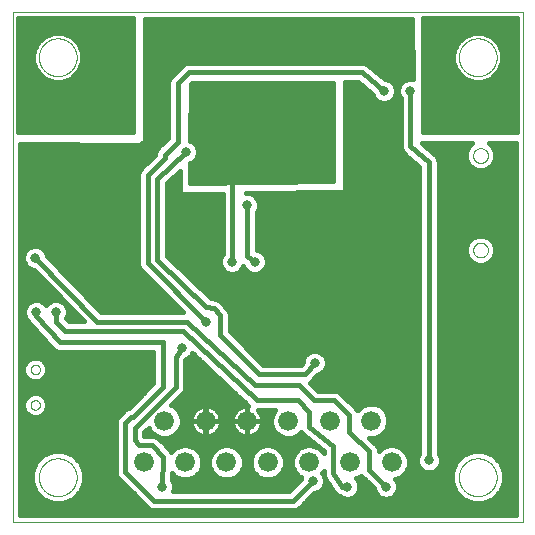
<source format=gbl>
G75*
%MOIN*%
%OFA0B0*%
%FSLAX25Y25*%
%IPPOS*%
%LPD*%
%AMOC8*
5,1,8,0,0,1.08239X$1,22.5*
%
%ADD10C,0.00000*%
%ADD11C,0.06600*%
%ADD12C,0.01600*%
%ADD13C,0.03200*%
D10*
X0015500Y0006435D02*
X0015500Y0176435D01*
X0185500Y0176435D01*
X0185500Y0006435D01*
X0015500Y0006435D01*
X0024201Y0021435D02*
X0024203Y0021593D01*
X0024209Y0021751D01*
X0024219Y0021909D01*
X0024233Y0022067D01*
X0024251Y0022224D01*
X0024272Y0022381D01*
X0024298Y0022537D01*
X0024328Y0022693D01*
X0024361Y0022848D01*
X0024399Y0023001D01*
X0024440Y0023154D01*
X0024485Y0023306D01*
X0024534Y0023457D01*
X0024587Y0023606D01*
X0024643Y0023754D01*
X0024703Y0023900D01*
X0024767Y0024045D01*
X0024835Y0024188D01*
X0024906Y0024330D01*
X0024980Y0024470D01*
X0025058Y0024607D01*
X0025140Y0024743D01*
X0025224Y0024877D01*
X0025313Y0025008D01*
X0025404Y0025137D01*
X0025499Y0025264D01*
X0025596Y0025389D01*
X0025697Y0025511D01*
X0025801Y0025630D01*
X0025908Y0025747D01*
X0026018Y0025861D01*
X0026131Y0025972D01*
X0026246Y0026081D01*
X0026364Y0026186D01*
X0026485Y0026288D01*
X0026608Y0026388D01*
X0026734Y0026484D01*
X0026862Y0026577D01*
X0026992Y0026667D01*
X0027125Y0026753D01*
X0027260Y0026837D01*
X0027396Y0026916D01*
X0027535Y0026993D01*
X0027676Y0027065D01*
X0027818Y0027135D01*
X0027962Y0027200D01*
X0028108Y0027262D01*
X0028255Y0027320D01*
X0028404Y0027375D01*
X0028554Y0027426D01*
X0028705Y0027473D01*
X0028857Y0027516D01*
X0029010Y0027555D01*
X0029165Y0027591D01*
X0029320Y0027622D01*
X0029476Y0027650D01*
X0029632Y0027674D01*
X0029789Y0027694D01*
X0029947Y0027710D01*
X0030104Y0027722D01*
X0030263Y0027730D01*
X0030421Y0027734D01*
X0030579Y0027734D01*
X0030737Y0027730D01*
X0030896Y0027722D01*
X0031053Y0027710D01*
X0031211Y0027694D01*
X0031368Y0027674D01*
X0031524Y0027650D01*
X0031680Y0027622D01*
X0031835Y0027591D01*
X0031990Y0027555D01*
X0032143Y0027516D01*
X0032295Y0027473D01*
X0032446Y0027426D01*
X0032596Y0027375D01*
X0032745Y0027320D01*
X0032892Y0027262D01*
X0033038Y0027200D01*
X0033182Y0027135D01*
X0033324Y0027065D01*
X0033465Y0026993D01*
X0033604Y0026916D01*
X0033740Y0026837D01*
X0033875Y0026753D01*
X0034008Y0026667D01*
X0034138Y0026577D01*
X0034266Y0026484D01*
X0034392Y0026388D01*
X0034515Y0026288D01*
X0034636Y0026186D01*
X0034754Y0026081D01*
X0034869Y0025972D01*
X0034982Y0025861D01*
X0035092Y0025747D01*
X0035199Y0025630D01*
X0035303Y0025511D01*
X0035404Y0025389D01*
X0035501Y0025264D01*
X0035596Y0025137D01*
X0035687Y0025008D01*
X0035776Y0024877D01*
X0035860Y0024743D01*
X0035942Y0024607D01*
X0036020Y0024470D01*
X0036094Y0024330D01*
X0036165Y0024188D01*
X0036233Y0024045D01*
X0036297Y0023900D01*
X0036357Y0023754D01*
X0036413Y0023606D01*
X0036466Y0023457D01*
X0036515Y0023306D01*
X0036560Y0023154D01*
X0036601Y0023001D01*
X0036639Y0022848D01*
X0036672Y0022693D01*
X0036702Y0022537D01*
X0036728Y0022381D01*
X0036749Y0022224D01*
X0036767Y0022067D01*
X0036781Y0021909D01*
X0036791Y0021751D01*
X0036797Y0021593D01*
X0036799Y0021435D01*
X0036797Y0021277D01*
X0036791Y0021119D01*
X0036781Y0020961D01*
X0036767Y0020803D01*
X0036749Y0020646D01*
X0036728Y0020489D01*
X0036702Y0020333D01*
X0036672Y0020177D01*
X0036639Y0020022D01*
X0036601Y0019869D01*
X0036560Y0019716D01*
X0036515Y0019564D01*
X0036466Y0019413D01*
X0036413Y0019264D01*
X0036357Y0019116D01*
X0036297Y0018970D01*
X0036233Y0018825D01*
X0036165Y0018682D01*
X0036094Y0018540D01*
X0036020Y0018400D01*
X0035942Y0018263D01*
X0035860Y0018127D01*
X0035776Y0017993D01*
X0035687Y0017862D01*
X0035596Y0017733D01*
X0035501Y0017606D01*
X0035404Y0017481D01*
X0035303Y0017359D01*
X0035199Y0017240D01*
X0035092Y0017123D01*
X0034982Y0017009D01*
X0034869Y0016898D01*
X0034754Y0016789D01*
X0034636Y0016684D01*
X0034515Y0016582D01*
X0034392Y0016482D01*
X0034266Y0016386D01*
X0034138Y0016293D01*
X0034008Y0016203D01*
X0033875Y0016117D01*
X0033740Y0016033D01*
X0033604Y0015954D01*
X0033465Y0015877D01*
X0033324Y0015805D01*
X0033182Y0015735D01*
X0033038Y0015670D01*
X0032892Y0015608D01*
X0032745Y0015550D01*
X0032596Y0015495D01*
X0032446Y0015444D01*
X0032295Y0015397D01*
X0032143Y0015354D01*
X0031990Y0015315D01*
X0031835Y0015279D01*
X0031680Y0015248D01*
X0031524Y0015220D01*
X0031368Y0015196D01*
X0031211Y0015176D01*
X0031053Y0015160D01*
X0030896Y0015148D01*
X0030737Y0015140D01*
X0030579Y0015136D01*
X0030421Y0015136D01*
X0030263Y0015140D01*
X0030104Y0015148D01*
X0029947Y0015160D01*
X0029789Y0015176D01*
X0029632Y0015196D01*
X0029476Y0015220D01*
X0029320Y0015248D01*
X0029165Y0015279D01*
X0029010Y0015315D01*
X0028857Y0015354D01*
X0028705Y0015397D01*
X0028554Y0015444D01*
X0028404Y0015495D01*
X0028255Y0015550D01*
X0028108Y0015608D01*
X0027962Y0015670D01*
X0027818Y0015735D01*
X0027676Y0015805D01*
X0027535Y0015877D01*
X0027396Y0015954D01*
X0027260Y0016033D01*
X0027125Y0016117D01*
X0026992Y0016203D01*
X0026862Y0016293D01*
X0026734Y0016386D01*
X0026608Y0016482D01*
X0026485Y0016582D01*
X0026364Y0016684D01*
X0026246Y0016789D01*
X0026131Y0016898D01*
X0026018Y0017009D01*
X0025908Y0017123D01*
X0025801Y0017240D01*
X0025697Y0017359D01*
X0025596Y0017481D01*
X0025499Y0017606D01*
X0025404Y0017733D01*
X0025313Y0017862D01*
X0025224Y0017993D01*
X0025140Y0018127D01*
X0025058Y0018263D01*
X0024980Y0018400D01*
X0024906Y0018540D01*
X0024835Y0018682D01*
X0024767Y0018825D01*
X0024703Y0018970D01*
X0024643Y0019116D01*
X0024587Y0019264D01*
X0024534Y0019413D01*
X0024485Y0019564D01*
X0024440Y0019716D01*
X0024399Y0019869D01*
X0024361Y0020022D01*
X0024328Y0020177D01*
X0024298Y0020333D01*
X0024272Y0020489D01*
X0024251Y0020646D01*
X0024233Y0020803D01*
X0024219Y0020961D01*
X0024209Y0021119D01*
X0024203Y0021277D01*
X0024201Y0021435D01*
X0024203Y0021593D01*
X0024209Y0021751D01*
X0024219Y0021909D01*
X0024233Y0022067D01*
X0024251Y0022224D01*
X0024272Y0022381D01*
X0024298Y0022537D01*
X0024328Y0022693D01*
X0024361Y0022848D01*
X0024399Y0023001D01*
X0024440Y0023154D01*
X0024485Y0023306D01*
X0024534Y0023457D01*
X0024587Y0023606D01*
X0024643Y0023754D01*
X0024703Y0023900D01*
X0024767Y0024045D01*
X0024835Y0024188D01*
X0024906Y0024330D01*
X0024980Y0024470D01*
X0025058Y0024607D01*
X0025140Y0024743D01*
X0025224Y0024877D01*
X0025313Y0025008D01*
X0025404Y0025137D01*
X0025499Y0025264D01*
X0025596Y0025389D01*
X0025697Y0025511D01*
X0025801Y0025630D01*
X0025908Y0025747D01*
X0026018Y0025861D01*
X0026131Y0025972D01*
X0026246Y0026081D01*
X0026364Y0026186D01*
X0026485Y0026288D01*
X0026608Y0026388D01*
X0026734Y0026484D01*
X0026862Y0026577D01*
X0026992Y0026667D01*
X0027125Y0026753D01*
X0027260Y0026837D01*
X0027396Y0026916D01*
X0027535Y0026993D01*
X0027676Y0027065D01*
X0027818Y0027135D01*
X0027962Y0027200D01*
X0028108Y0027262D01*
X0028255Y0027320D01*
X0028404Y0027375D01*
X0028554Y0027426D01*
X0028705Y0027473D01*
X0028857Y0027516D01*
X0029010Y0027555D01*
X0029165Y0027591D01*
X0029320Y0027622D01*
X0029476Y0027650D01*
X0029632Y0027674D01*
X0029789Y0027694D01*
X0029947Y0027710D01*
X0030104Y0027722D01*
X0030263Y0027730D01*
X0030421Y0027734D01*
X0030579Y0027734D01*
X0030737Y0027730D01*
X0030896Y0027722D01*
X0031053Y0027710D01*
X0031211Y0027694D01*
X0031368Y0027674D01*
X0031524Y0027650D01*
X0031680Y0027622D01*
X0031835Y0027591D01*
X0031990Y0027555D01*
X0032143Y0027516D01*
X0032295Y0027473D01*
X0032446Y0027426D01*
X0032596Y0027375D01*
X0032745Y0027320D01*
X0032892Y0027262D01*
X0033038Y0027200D01*
X0033182Y0027135D01*
X0033324Y0027065D01*
X0033465Y0026993D01*
X0033604Y0026916D01*
X0033740Y0026837D01*
X0033875Y0026753D01*
X0034008Y0026667D01*
X0034138Y0026577D01*
X0034266Y0026484D01*
X0034392Y0026388D01*
X0034515Y0026288D01*
X0034636Y0026186D01*
X0034754Y0026081D01*
X0034869Y0025972D01*
X0034982Y0025861D01*
X0035092Y0025747D01*
X0035199Y0025630D01*
X0035303Y0025511D01*
X0035404Y0025389D01*
X0035501Y0025264D01*
X0035596Y0025137D01*
X0035687Y0025008D01*
X0035776Y0024877D01*
X0035860Y0024743D01*
X0035942Y0024607D01*
X0036020Y0024470D01*
X0036094Y0024330D01*
X0036165Y0024188D01*
X0036233Y0024045D01*
X0036297Y0023900D01*
X0036357Y0023754D01*
X0036413Y0023606D01*
X0036466Y0023457D01*
X0036515Y0023306D01*
X0036560Y0023154D01*
X0036601Y0023001D01*
X0036639Y0022848D01*
X0036672Y0022693D01*
X0036702Y0022537D01*
X0036728Y0022381D01*
X0036749Y0022224D01*
X0036767Y0022067D01*
X0036781Y0021909D01*
X0036791Y0021751D01*
X0036797Y0021593D01*
X0036799Y0021435D01*
X0036797Y0021277D01*
X0036791Y0021119D01*
X0036781Y0020961D01*
X0036767Y0020803D01*
X0036749Y0020646D01*
X0036728Y0020489D01*
X0036702Y0020333D01*
X0036672Y0020177D01*
X0036639Y0020022D01*
X0036601Y0019869D01*
X0036560Y0019716D01*
X0036515Y0019564D01*
X0036466Y0019413D01*
X0036413Y0019264D01*
X0036357Y0019116D01*
X0036297Y0018970D01*
X0036233Y0018825D01*
X0036165Y0018682D01*
X0036094Y0018540D01*
X0036020Y0018400D01*
X0035942Y0018263D01*
X0035860Y0018127D01*
X0035776Y0017993D01*
X0035687Y0017862D01*
X0035596Y0017733D01*
X0035501Y0017606D01*
X0035404Y0017481D01*
X0035303Y0017359D01*
X0035199Y0017240D01*
X0035092Y0017123D01*
X0034982Y0017009D01*
X0034869Y0016898D01*
X0034754Y0016789D01*
X0034636Y0016684D01*
X0034515Y0016582D01*
X0034392Y0016482D01*
X0034266Y0016386D01*
X0034138Y0016293D01*
X0034008Y0016203D01*
X0033875Y0016117D01*
X0033740Y0016033D01*
X0033604Y0015954D01*
X0033465Y0015877D01*
X0033324Y0015805D01*
X0033182Y0015735D01*
X0033038Y0015670D01*
X0032892Y0015608D01*
X0032745Y0015550D01*
X0032596Y0015495D01*
X0032446Y0015444D01*
X0032295Y0015397D01*
X0032143Y0015354D01*
X0031990Y0015315D01*
X0031835Y0015279D01*
X0031680Y0015248D01*
X0031524Y0015220D01*
X0031368Y0015196D01*
X0031211Y0015176D01*
X0031053Y0015160D01*
X0030896Y0015148D01*
X0030737Y0015140D01*
X0030579Y0015136D01*
X0030421Y0015136D01*
X0030263Y0015140D01*
X0030104Y0015148D01*
X0029947Y0015160D01*
X0029789Y0015176D01*
X0029632Y0015196D01*
X0029476Y0015220D01*
X0029320Y0015248D01*
X0029165Y0015279D01*
X0029010Y0015315D01*
X0028857Y0015354D01*
X0028705Y0015397D01*
X0028554Y0015444D01*
X0028404Y0015495D01*
X0028255Y0015550D01*
X0028108Y0015608D01*
X0027962Y0015670D01*
X0027818Y0015735D01*
X0027676Y0015805D01*
X0027535Y0015877D01*
X0027396Y0015954D01*
X0027260Y0016033D01*
X0027125Y0016117D01*
X0026992Y0016203D01*
X0026862Y0016293D01*
X0026734Y0016386D01*
X0026608Y0016482D01*
X0026485Y0016582D01*
X0026364Y0016684D01*
X0026246Y0016789D01*
X0026131Y0016898D01*
X0026018Y0017009D01*
X0025908Y0017123D01*
X0025801Y0017240D01*
X0025697Y0017359D01*
X0025596Y0017481D01*
X0025499Y0017606D01*
X0025404Y0017733D01*
X0025313Y0017862D01*
X0025224Y0017993D01*
X0025140Y0018127D01*
X0025058Y0018263D01*
X0024980Y0018400D01*
X0024906Y0018540D01*
X0024835Y0018682D01*
X0024767Y0018825D01*
X0024703Y0018970D01*
X0024643Y0019116D01*
X0024587Y0019264D01*
X0024534Y0019413D01*
X0024485Y0019564D01*
X0024440Y0019716D01*
X0024399Y0019869D01*
X0024361Y0020022D01*
X0024328Y0020177D01*
X0024298Y0020333D01*
X0024272Y0020489D01*
X0024251Y0020646D01*
X0024233Y0020803D01*
X0024219Y0020961D01*
X0024209Y0021119D01*
X0024203Y0021277D01*
X0024201Y0021435D01*
X0021425Y0045529D02*
X0021427Y0045608D01*
X0021433Y0045687D01*
X0021443Y0045766D01*
X0021457Y0045844D01*
X0021474Y0045921D01*
X0021496Y0045997D01*
X0021521Y0046072D01*
X0021551Y0046145D01*
X0021583Y0046217D01*
X0021620Y0046288D01*
X0021660Y0046356D01*
X0021703Y0046422D01*
X0021749Y0046486D01*
X0021799Y0046548D01*
X0021852Y0046607D01*
X0021907Y0046663D01*
X0021966Y0046717D01*
X0022027Y0046767D01*
X0022090Y0046815D01*
X0022156Y0046859D01*
X0022224Y0046900D01*
X0022294Y0046937D01*
X0022365Y0046971D01*
X0022439Y0047001D01*
X0022513Y0047027D01*
X0022589Y0047049D01*
X0022666Y0047068D01*
X0022744Y0047083D01*
X0022822Y0047094D01*
X0022901Y0047101D01*
X0022980Y0047104D01*
X0023059Y0047103D01*
X0023138Y0047098D01*
X0023217Y0047089D01*
X0023295Y0047076D01*
X0023372Y0047059D01*
X0023449Y0047039D01*
X0023524Y0047014D01*
X0023598Y0046986D01*
X0023671Y0046954D01*
X0023741Y0046919D01*
X0023810Y0046880D01*
X0023877Y0046837D01*
X0023942Y0046791D01*
X0024004Y0046743D01*
X0024064Y0046691D01*
X0024121Y0046636D01*
X0024175Y0046578D01*
X0024226Y0046518D01*
X0024274Y0046455D01*
X0024319Y0046390D01*
X0024361Y0046322D01*
X0024399Y0046253D01*
X0024433Y0046182D01*
X0024464Y0046109D01*
X0024492Y0046034D01*
X0024515Y0045959D01*
X0024535Y0045882D01*
X0024551Y0045805D01*
X0024563Y0045726D01*
X0024571Y0045648D01*
X0024575Y0045569D01*
X0024575Y0045489D01*
X0024571Y0045410D01*
X0024563Y0045332D01*
X0024551Y0045253D01*
X0024535Y0045176D01*
X0024515Y0045099D01*
X0024492Y0045024D01*
X0024464Y0044949D01*
X0024433Y0044876D01*
X0024399Y0044805D01*
X0024361Y0044736D01*
X0024319Y0044668D01*
X0024274Y0044603D01*
X0024226Y0044540D01*
X0024175Y0044480D01*
X0024121Y0044422D01*
X0024064Y0044367D01*
X0024004Y0044315D01*
X0023942Y0044267D01*
X0023877Y0044221D01*
X0023810Y0044178D01*
X0023741Y0044139D01*
X0023671Y0044104D01*
X0023598Y0044072D01*
X0023524Y0044044D01*
X0023449Y0044019D01*
X0023372Y0043999D01*
X0023295Y0043982D01*
X0023217Y0043969D01*
X0023138Y0043960D01*
X0023059Y0043955D01*
X0022980Y0043954D01*
X0022901Y0043957D01*
X0022822Y0043964D01*
X0022744Y0043975D01*
X0022666Y0043990D01*
X0022589Y0044009D01*
X0022513Y0044031D01*
X0022439Y0044057D01*
X0022365Y0044087D01*
X0022294Y0044121D01*
X0022224Y0044158D01*
X0022156Y0044199D01*
X0022090Y0044243D01*
X0022027Y0044291D01*
X0021966Y0044341D01*
X0021907Y0044395D01*
X0021852Y0044451D01*
X0021799Y0044510D01*
X0021749Y0044572D01*
X0021703Y0044636D01*
X0021660Y0044702D01*
X0021620Y0044770D01*
X0021583Y0044841D01*
X0021551Y0044913D01*
X0021521Y0044986D01*
X0021496Y0045061D01*
X0021474Y0045137D01*
X0021457Y0045214D01*
X0021443Y0045292D01*
X0021433Y0045371D01*
X0021427Y0045450D01*
X0021425Y0045529D01*
X0021425Y0057340D02*
X0021427Y0057419D01*
X0021433Y0057498D01*
X0021443Y0057577D01*
X0021457Y0057655D01*
X0021474Y0057732D01*
X0021496Y0057808D01*
X0021521Y0057883D01*
X0021551Y0057956D01*
X0021583Y0058028D01*
X0021620Y0058099D01*
X0021660Y0058167D01*
X0021703Y0058233D01*
X0021749Y0058297D01*
X0021799Y0058359D01*
X0021852Y0058418D01*
X0021907Y0058474D01*
X0021966Y0058528D01*
X0022027Y0058578D01*
X0022090Y0058626D01*
X0022156Y0058670D01*
X0022224Y0058711D01*
X0022294Y0058748D01*
X0022365Y0058782D01*
X0022439Y0058812D01*
X0022513Y0058838D01*
X0022589Y0058860D01*
X0022666Y0058879D01*
X0022744Y0058894D01*
X0022822Y0058905D01*
X0022901Y0058912D01*
X0022980Y0058915D01*
X0023059Y0058914D01*
X0023138Y0058909D01*
X0023217Y0058900D01*
X0023295Y0058887D01*
X0023372Y0058870D01*
X0023449Y0058850D01*
X0023524Y0058825D01*
X0023598Y0058797D01*
X0023671Y0058765D01*
X0023741Y0058730D01*
X0023810Y0058691D01*
X0023877Y0058648D01*
X0023942Y0058602D01*
X0024004Y0058554D01*
X0024064Y0058502D01*
X0024121Y0058447D01*
X0024175Y0058389D01*
X0024226Y0058329D01*
X0024274Y0058266D01*
X0024319Y0058201D01*
X0024361Y0058133D01*
X0024399Y0058064D01*
X0024433Y0057993D01*
X0024464Y0057920D01*
X0024492Y0057845D01*
X0024515Y0057770D01*
X0024535Y0057693D01*
X0024551Y0057616D01*
X0024563Y0057537D01*
X0024571Y0057459D01*
X0024575Y0057380D01*
X0024575Y0057300D01*
X0024571Y0057221D01*
X0024563Y0057143D01*
X0024551Y0057064D01*
X0024535Y0056987D01*
X0024515Y0056910D01*
X0024492Y0056835D01*
X0024464Y0056760D01*
X0024433Y0056687D01*
X0024399Y0056616D01*
X0024361Y0056547D01*
X0024319Y0056479D01*
X0024274Y0056414D01*
X0024226Y0056351D01*
X0024175Y0056291D01*
X0024121Y0056233D01*
X0024064Y0056178D01*
X0024004Y0056126D01*
X0023942Y0056078D01*
X0023877Y0056032D01*
X0023810Y0055989D01*
X0023741Y0055950D01*
X0023671Y0055915D01*
X0023598Y0055883D01*
X0023524Y0055855D01*
X0023449Y0055830D01*
X0023372Y0055810D01*
X0023295Y0055793D01*
X0023217Y0055780D01*
X0023138Y0055771D01*
X0023059Y0055766D01*
X0022980Y0055765D01*
X0022901Y0055768D01*
X0022822Y0055775D01*
X0022744Y0055786D01*
X0022666Y0055801D01*
X0022589Y0055820D01*
X0022513Y0055842D01*
X0022439Y0055868D01*
X0022365Y0055898D01*
X0022294Y0055932D01*
X0022224Y0055969D01*
X0022156Y0056010D01*
X0022090Y0056054D01*
X0022027Y0056102D01*
X0021966Y0056152D01*
X0021907Y0056206D01*
X0021852Y0056262D01*
X0021799Y0056321D01*
X0021749Y0056383D01*
X0021703Y0056447D01*
X0021660Y0056513D01*
X0021620Y0056581D01*
X0021583Y0056652D01*
X0021551Y0056724D01*
X0021521Y0056797D01*
X0021496Y0056872D01*
X0021474Y0056948D01*
X0021457Y0057025D01*
X0021443Y0057103D01*
X0021433Y0057182D01*
X0021427Y0057261D01*
X0021425Y0057340D01*
X0024201Y0161435D02*
X0024203Y0161593D01*
X0024209Y0161751D01*
X0024219Y0161909D01*
X0024233Y0162067D01*
X0024251Y0162224D01*
X0024272Y0162381D01*
X0024298Y0162537D01*
X0024328Y0162693D01*
X0024361Y0162848D01*
X0024399Y0163001D01*
X0024440Y0163154D01*
X0024485Y0163306D01*
X0024534Y0163457D01*
X0024587Y0163606D01*
X0024643Y0163754D01*
X0024703Y0163900D01*
X0024767Y0164045D01*
X0024835Y0164188D01*
X0024906Y0164330D01*
X0024980Y0164470D01*
X0025058Y0164607D01*
X0025140Y0164743D01*
X0025224Y0164877D01*
X0025313Y0165008D01*
X0025404Y0165137D01*
X0025499Y0165264D01*
X0025596Y0165389D01*
X0025697Y0165511D01*
X0025801Y0165630D01*
X0025908Y0165747D01*
X0026018Y0165861D01*
X0026131Y0165972D01*
X0026246Y0166081D01*
X0026364Y0166186D01*
X0026485Y0166288D01*
X0026608Y0166388D01*
X0026734Y0166484D01*
X0026862Y0166577D01*
X0026992Y0166667D01*
X0027125Y0166753D01*
X0027260Y0166837D01*
X0027396Y0166916D01*
X0027535Y0166993D01*
X0027676Y0167065D01*
X0027818Y0167135D01*
X0027962Y0167200D01*
X0028108Y0167262D01*
X0028255Y0167320D01*
X0028404Y0167375D01*
X0028554Y0167426D01*
X0028705Y0167473D01*
X0028857Y0167516D01*
X0029010Y0167555D01*
X0029165Y0167591D01*
X0029320Y0167622D01*
X0029476Y0167650D01*
X0029632Y0167674D01*
X0029789Y0167694D01*
X0029947Y0167710D01*
X0030104Y0167722D01*
X0030263Y0167730D01*
X0030421Y0167734D01*
X0030579Y0167734D01*
X0030737Y0167730D01*
X0030896Y0167722D01*
X0031053Y0167710D01*
X0031211Y0167694D01*
X0031368Y0167674D01*
X0031524Y0167650D01*
X0031680Y0167622D01*
X0031835Y0167591D01*
X0031990Y0167555D01*
X0032143Y0167516D01*
X0032295Y0167473D01*
X0032446Y0167426D01*
X0032596Y0167375D01*
X0032745Y0167320D01*
X0032892Y0167262D01*
X0033038Y0167200D01*
X0033182Y0167135D01*
X0033324Y0167065D01*
X0033465Y0166993D01*
X0033604Y0166916D01*
X0033740Y0166837D01*
X0033875Y0166753D01*
X0034008Y0166667D01*
X0034138Y0166577D01*
X0034266Y0166484D01*
X0034392Y0166388D01*
X0034515Y0166288D01*
X0034636Y0166186D01*
X0034754Y0166081D01*
X0034869Y0165972D01*
X0034982Y0165861D01*
X0035092Y0165747D01*
X0035199Y0165630D01*
X0035303Y0165511D01*
X0035404Y0165389D01*
X0035501Y0165264D01*
X0035596Y0165137D01*
X0035687Y0165008D01*
X0035776Y0164877D01*
X0035860Y0164743D01*
X0035942Y0164607D01*
X0036020Y0164470D01*
X0036094Y0164330D01*
X0036165Y0164188D01*
X0036233Y0164045D01*
X0036297Y0163900D01*
X0036357Y0163754D01*
X0036413Y0163606D01*
X0036466Y0163457D01*
X0036515Y0163306D01*
X0036560Y0163154D01*
X0036601Y0163001D01*
X0036639Y0162848D01*
X0036672Y0162693D01*
X0036702Y0162537D01*
X0036728Y0162381D01*
X0036749Y0162224D01*
X0036767Y0162067D01*
X0036781Y0161909D01*
X0036791Y0161751D01*
X0036797Y0161593D01*
X0036799Y0161435D01*
X0036797Y0161277D01*
X0036791Y0161119D01*
X0036781Y0160961D01*
X0036767Y0160803D01*
X0036749Y0160646D01*
X0036728Y0160489D01*
X0036702Y0160333D01*
X0036672Y0160177D01*
X0036639Y0160022D01*
X0036601Y0159869D01*
X0036560Y0159716D01*
X0036515Y0159564D01*
X0036466Y0159413D01*
X0036413Y0159264D01*
X0036357Y0159116D01*
X0036297Y0158970D01*
X0036233Y0158825D01*
X0036165Y0158682D01*
X0036094Y0158540D01*
X0036020Y0158400D01*
X0035942Y0158263D01*
X0035860Y0158127D01*
X0035776Y0157993D01*
X0035687Y0157862D01*
X0035596Y0157733D01*
X0035501Y0157606D01*
X0035404Y0157481D01*
X0035303Y0157359D01*
X0035199Y0157240D01*
X0035092Y0157123D01*
X0034982Y0157009D01*
X0034869Y0156898D01*
X0034754Y0156789D01*
X0034636Y0156684D01*
X0034515Y0156582D01*
X0034392Y0156482D01*
X0034266Y0156386D01*
X0034138Y0156293D01*
X0034008Y0156203D01*
X0033875Y0156117D01*
X0033740Y0156033D01*
X0033604Y0155954D01*
X0033465Y0155877D01*
X0033324Y0155805D01*
X0033182Y0155735D01*
X0033038Y0155670D01*
X0032892Y0155608D01*
X0032745Y0155550D01*
X0032596Y0155495D01*
X0032446Y0155444D01*
X0032295Y0155397D01*
X0032143Y0155354D01*
X0031990Y0155315D01*
X0031835Y0155279D01*
X0031680Y0155248D01*
X0031524Y0155220D01*
X0031368Y0155196D01*
X0031211Y0155176D01*
X0031053Y0155160D01*
X0030896Y0155148D01*
X0030737Y0155140D01*
X0030579Y0155136D01*
X0030421Y0155136D01*
X0030263Y0155140D01*
X0030104Y0155148D01*
X0029947Y0155160D01*
X0029789Y0155176D01*
X0029632Y0155196D01*
X0029476Y0155220D01*
X0029320Y0155248D01*
X0029165Y0155279D01*
X0029010Y0155315D01*
X0028857Y0155354D01*
X0028705Y0155397D01*
X0028554Y0155444D01*
X0028404Y0155495D01*
X0028255Y0155550D01*
X0028108Y0155608D01*
X0027962Y0155670D01*
X0027818Y0155735D01*
X0027676Y0155805D01*
X0027535Y0155877D01*
X0027396Y0155954D01*
X0027260Y0156033D01*
X0027125Y0156117D01*
X0026992Y0156203D01*
X0026862Y0156293D01*
X0026734Y0156386D01*
X0026608Y0156482D01*
X0026485Y0156582D01*
X0026364Y0156684D01*
X0026246Y0156789D01*
X0026131Y0156898D01*
X0026018Y0157009D01*
X0025908Y0157123D01*
X0025801Y0157240D01*
X0025697Y0157359D01*
X0025596Y0157481D01*
X0025499Y0157606D01*
X0025404Y0157733D01*
X0025313Y0157862D01*
X0025224Y0157993D01*
X0025140Y0158127D01*
X0025058Y0158263D01*
X0024980Y0158400D01*
X0024906Y0158540D01*
X0024835Y0158682D01*
X0024767Y0158825D01*
X0024703Y0158970D01*
X0024643Y0159116D01*
X0024587Y0159264D01*
X0024534Y0159413D01*
X0024485Y0159564D01*
X0024440Y0159716D01*
X0024399Y0159869D01*
X0024361Y0160022D01*
X0024328Y0160177D01*
X0024298Y0160333D01*
X0024272Y0160489D01*
X0024251Y0160646D01*
X0024233Y0160803D01*
X0024219Y0160961D01*
X0024209Y0161119D01*
X0024203Y0161277D01*
X0024201Y0161435D01*
X0164201Y0161435D02*
X0164203Y0161593D01*
X0164209Y0161751D01*
X0164219Y0161909D01*
X0164233Y0162067D01*
X0164251Y0162224D01*
X0164272Y0162381D01*
X0164298Y0162537D01*
X0164328Y0162693D01*
X0164361Y0162848D01*
X0164399Y0163001D01*
X0164440Y0163154D01*
X0164485Y0163306D01*
X0164534Y0163457D01*
X0164587Y0163606D01*
X0164643Y0163754D01*
X0164703Y0163900D01*
X0164767Y0164045D01*
X0164835Y0164188D01*
X0164906Y0164330D01*
X0164980Y0164470D01*
X0165058Y0164607D01*
X0165140Y0164743D01*
X0165224Y0164877D01*
X0165313Y0165008D01*
X0165404Y0165137D01*
X0165499Y0165264D01*
X0165596Y0165389D01*
X0165697Y0165511D01*
X0165801Y0165630D01*
X0165908Y0165747D01*
X0166018Y0165861D01*
X0166131Y0165972D01*
X0166246Y0166081D01*
X0166364Y0166186D01*
X0166485Y0166288D01*
X0166608Y0166388D01*
X0166734Y0166484D01*
X0166862Y0166577D01*
X0166992Y0166667D01*
X0167125Y0166753D01*
X0167260Y0166837D01*
X0167396Y0166916D01*
X0167535Y0166993D01*
X0167676Y0167065D01*
X0167818Y0167135D01*
X0167962Y0167200D01*
X0168108Y0167262D01*
X0168255Y0167320D01*
X0168404Y0167375D01*
X0168554Y0167426D01*
X0168705Y0167473D01*
X0168857Y0167516D01*
X0169010Y0167555D01*
X0169165Y0167591D01*
X0169320Y0167622D01*
X0169476Y0167650D01*
X0169632Y0167674D01*
X0169789Y0167694D01*
X0169947Y0167710D01*
X0170104Y0167722D01*
X0170263Y0167730D01*
X0170421Y0167734D01*
X0170579Y0167734D01*
X0170737Y0167730D01*
X0170896Y0167722D01*
X0171053Y0167710D01*
X0171211Y0167694D01*
X0171368Y0167674D01*
X0171524Y0167650D01*
X0171680Y0167622D01*
X0171835Y0167591D01*
X0171990Y0167555D01*
X0172143Y0167516D01*
X0172295Y0167473D01*
X0172446Y0167426D01*
X0172596Y0167375D01*
X0172745Y0167320D01*
X0172892Y0167262D01*
X0173038Y0167200D01*
X0173182Y0167135D01*
X0173324Y0167065D01*
X0173465Y0166993D01*
X0173604Y0166916D01*
X0173740Y0166837D01*
X0173875Y0166753D01*
X0174008Y0166667D01*
X0174138Y0166577D01*
X0174266Y0166484D01*
X0174392Y0166388D01*
X0174515Y0166288D01*
X0174636Y0166186D01*
X0174754Y0166081D01*
X0174869Y0165972D01*
X0174982Y0165861D01*
X0175092Y0165747D01*
X0175199Y0165630D01*
X0175303Y0165511D01*
X0175404Y0165389D01*
X0175501Y0165264D01*
X0175596Y0165137D01*
X0175687Y0165008D01*
X0175776Y0164877D01*
X0175860Y0164743D01*
X0175942Y0164607D01*
X0176020Y0164470D01*
X0176094Y0164330D01*
X0176165Y0164188D01*
X0176233Y0164045D01*
X0176297Y0163900D01*
X0176357Y0163754D01*
X0176413Y0163606D01*
X0176466Y0163457D01*
X0176515Y0163306D01*
X0176560Y0163154D01*
X0176601Y0163001D01*
X0176639Y0162848D01*
X0176672Y0162693D01*
X0176702Y0162537D01*
X0176728Y0162381D01*
X0176749Y0162224D01*
X0176767Y0162067D01*
X0176781Y0161909D01*
X0176791Y0161751D01*
X0176797Y0161593D01*
X0176799Y0161435D01*
X0176797Y0161277D01*
X0176791Y0161119D01*
X0176781Y0160961D01*
X0176767Y0160803D01*
X0176749Y0160646D01*
X0176728Y0160489D01*
X0176702Y0160333D01*
X0176672Y0160177D01*
X0176639Y0160022D01*
X0176601Y0159869D01*
X0176560Y0159716D01*
X0176515Y0159564D01*
X0176466Y0159413D01*
X0176413Y0159264D01*
X0176357Y0159116D01*
X0176297Y0158970D01*
X0176233Y0158825D01*
X0176165Y0158682D01*
X0176094Y0158540D01*
X0176020Y0158400D01*
X0175942Y0158263D01*
X0175860Y0158127D01*
X0175776Y0157993D01*
X0175687Y0157862D01*
X0175596Y0157733D01*
X0175501Y0157606D01*
X0175404Y0157481D01*
X0175303Y0157359D01*
X0175199Y0157240D01*
X0175092Y0157123D01*
X0174982Y0157009D01*
X0174869Y0156898D01*
X0174754Y0156789D01*
X0174636Y0156684D01*
X0174515Y0156582D01*
X0174392Y0156482D01*
X0174266Y0156386D01*
X0174138Y0156293D01*
X0174008Y0156203D01*
X0173875Y0156117D01*
X0173740Y0156033D01*
X0173604Y0155954D01*
X0173465Y0155877D01*
X0173324Y0155805D01*
X0173182Y0155735D01*
X0173038Y0155670D01*
X0172892Y0155608D01*
X0172745Y0155550D01*
X0172596Y0155495D01*
X0172446Y0155444D01*
X0172295Y0155397D01*
X0172143Y0155354D01*
X0171990Y0155315D01*
X0171835Y0155279D01*
X0171680Y0155248D01*
X0171524Y0155220D01*
X0171368Y0155196D01*
X0171211Y0155176D01*
X0171053Y0155160D01*
X0170896Y0155148D01*
X0170737Y0155140D01*
X0170579Y0155136D01*
X0170421Y0155136D01*
X0170263Y0155140D01*
X0170104Y0155148D01*
X0169947Y0155160D01*
X0169789Y0155176D01*
X0169632Y0155196D01*
X0169476Y0155220D01*
X0169320Y0155248D01*
X0169165Y0155279D01*
X0169010Y0155315D01*
X0168857Y0155354D01*
X0168705Y0155397D01*
X0168554Y0155444D01*
X0168404Y0155495D01*
X0168255Y0155550D01*
X0168108Y0155608D01*
X0167962Y0155670D01*
X0167818Y0155735D01*
X0167676Y0155805D01*
X0167535Y0155877D01*
X0167396Y0155954D01*
X0167260Y0156033D01*
X0167125Y0156117D01*
X0166992Y0156203D01*
X0166862Y0156293D01*
X0166734Y0156386D01*
X0166608Y0156482D01*
X0166485Y0156582D01*
X0166364Y0156684D01*
X0166246Y0156789D01*
X0166131Y0156898D01*
X0166018Y0157009D01*
X0165908Y0157123D01*
X0165801Y0157240D01*
X0165697Y0157359D01*
X0165596Y0157481D01*
X0165499Y0157606D01*
X0165404Y0157733D01*
X0165313Y0157862D01*
X0165224Y0157993D01*
X0165140Y0158127D01*
X0165058Y0158263D01*
X0164980Y0158400D01*
X0164906Y0158540D01*
X0164835Y0158682D01*
X0164767Y0158825D01*
X0164703Y0158970D01*
X0164643Y0159116D01*
X0164587Y0159264D01*
X0164534Y0159413D01*
X0164485Y0159564D01*
X0164440Y0159716D01*
X0164399Y0159869D01*
X0164361Y0160022D01*
X0164328Y0160177D01*
X0164298Y0160333D01*
X0164272Y0160489D01*
X0164251Y0160646D01*
X0164233Y0160803D01*
X0164219Y0160961D01*
X0164209Y0161119D01*
X0164203Y0161277D01*
X0164201Y0161435D01*
X0168959Y0128640D02*
X0168961Y0128739D01*
X0168967Y0128838D01*
X0168977Y0128937D01*
X0168991Y0129035D01*
X0169009Y0129132D01*
X0169031Y0129229D01*
X0169056Y0129325D01*
X0169086Y0129419D01*
X0169119Y0129513D01*
X0169156Y0129605D01*
X0169197Y0129695D01*
X0169241Y0129784D01*
X0169289Y0129870D01*
X0169340Y0129955D01*
X0169395Y0130038D01*
X0169453Y0130118D01*
X0169514Y0130196D01*
X0169578Y0130272D01*
X0169645Y0130345D01*
X0169715Y0130415D01*
X0169788Y0130482D01*
X0169864Y0130546D01*
X0169942Y0130607D01*
X0170022Y0130665D01*
X0170105Y0130720D01*
X0170189Y0130771D01*
X0170276Y0130819D01*
X0170365Y0130863D01*
X0170455Y0130904D01*
X0170547Y0130941D01*
X0170641Y0130974D01*
X0170735Y0131004D01*
X0170831Y0131029D01*
X0170928Y0131051D01*
X0171025Y0131069D01*
X0171123Y0131083D01*
X0171222Y0131093D01*
X0171321Y0131099D01*
X0171420Y0131101D01*
X0171519Y0131099D01*
X0171618Y0131093D01*
X0171717Y0131083D01*
X0171815Y0131069D01*
X0171912Y0131051D01*
X0172009Y0131029D01*
X0172105Y0131004D01*
X0172199Y0130974D01*
X0172293Y0130941D01*
X0172385Y0130904D01*
X0172475Y0130863D01*
X0172564Y0130819D01*
X0172650Y0130771D01*
X0172735Y0130720D01*
X0172818Y0130665D01*
X0172898Y0130607D01*
X0172976Y0130546D01*
X0173052Y0130482D01*
X0173125Y0130415D01*
X0173195Y0130345D01*
X0173262Y0130272D01*
X0173326Y0130196D01*
X0173387Y0130118D01*
X0173445Y0130038D01*
X0173500Y0129955D01*
X0173551Y0129871D01*
X0173599Y0129784D01*
X0173643Y0129695D01*
X0173684Y0129605D01*
X0173721Y0129513D01*
X0173754Y0129419D01*
X0173784Y0129325D01*
X0173809Y0129229D01*
X0173831Y0129132D01*
X0173849Y0129035D01*
X0173863Y0128937D01*
X0173873Y0128838D01*
X0173879Y0128739D01*
X0173881Y0128640D01*
X0173879Y0128541D01*
X0173873Y0128442D01*
X0173863Y0128343D01*
X0173849Y0128245D01*
X0173831Y0128148D01*
X0173809Y0128051D01*
X0173784Y0127955D01*
X0173754Y0127861D01*
X0173721Y0127767D01*
X0173684Y0127675D01*
X0173643Y0127585D01*
X0173599Y0127496D01*
X0173551Y0127410D01*
X0173500Y0127325D01*
X0173445Y0127242D01*
X0173387Y0127162D01*
X0173326Y0127084D01*
X0173262Y0127008D01*
X0173195Y0126935D01*
X0173125Y0126865D01*
X0173052Y0126798D01*
X0172976Y0126734D01*
X0172898Y0126673D01*
X0172818Y0126615D01*
X0172735Y0126560D01*
X0172651Y0126509D01*
X0172564Y0126461D01*
X0172475Y0126417D01*
X0172385Y0126376D01*
X0172293Y0126339D01*
X0172199Y0126306D01*
X0172105Y0126276D01*
X0172009Y0126251D01*
X0171912Y0126229D01*
X0171815Y0126211D01*
X0171717Y0126197D01*
X0171618Y0126187D01*
X0171519Y0126181D01*
X0171420Y0126179D01*
X0171321Y0126181D01*
X0171222Y0126187D01*
X0171123Y0126197D01*
X0171025Y0126211D01*
X0170928Y0126229D01*
X0170831Y0126251D01*
X0170735Y0126276D01*
X0170641Y0126306D01*
X0170547Y0126339D01*
X0170455Y0126376D01*
X0170365Y0126417D01*
X0170276Y0126461D01*
X0170190Y0126509D01*
X0170105Y0126560D01*
X0170022Y0126615D01*
X0169942Y0126673D01*
X0169864Y0126734D01*
X0169788Y0126798D01*
X0169715Y0126865D01*
X0169645Y0126935D01*
X0169578Y0127008D01*
X0169514Y0127084D01*
X0169453Y0127162D01*
X0169395Y0127242D01*
X0169340Y0127325D01*
X0169289Y0127409D01*
X0169241Y0127496D01*
X0169197Y0127585D01*
X0169156Y0127675D01*
X0169119Y0127767D01*
X0169086Y0127861D01*
X0169056Y0127955D01*
X0169031Y0128051D01*
X0169009Y0128148D01*
X0168991Y0128245D01*
X0168977Y0128343D01*
X0168967Y0128442D01*
X0168961Y0128541D01*
X0168959Y0128640D01*
X0168959Y0097144D02*
X0168961Y0097243D01*
X0168967Y0097342D01*
X0168977Y0097441D01*
X0168991Y0097539D01*
X0169009Y0097636D01*
X0169031Y0097733D01*
X0169056Y0097829D01*
X0169086Y0097923D01*
X0169119Y0098017D01*
X0169156Y0098109D01*
X0169197Y0098199D01*
X0169241Y0098288D01*
X0169289Y0098374D01*
X0169340Y0098459D01*
X0169395Y0098542D01*
X0169453Y0098622D01*
X0169514Y0098700D01*
X0169578Y0098776D01*
X0169645Y0098849D01*
X0169715Y0098919D01*
X0169788Y0098986D01*
X0169864Y0099050D01*
X0169942Y0099111D01*
X0170022Y0099169D01*
X0170105Y0099224D01*
X0170189Y0099275D01*
X0170276Y0099323D01*
X0170365Y0099367D01*
X0170455Y0099408D01*
X0170547Y0099445D01*
X0170641Y0099478D01*
X0170735Y0099508D01*
X0170831Y0099533D01*
X0170928Y0099555D01*
X0171025Y0099573D01*
X0171123Y0099587D01*
X0171222Y0099597D01*
X0171321Y0099603D01*
X0171420Y0099605D01*
X0171519Y0099603D01*
X0171618Y0099597D01*
X0171717Y0099587D01*
X0171815Y0099573D01*
X0171912Y0099555D01*
X0172009Y0099533D01*
X0172105Y0099508D01*
X0172199Y0099478D01*
X0172293Y0099445D01*
X0172385Y0099408D01*
X0172475Y0099367D01*
X0172564Y0099323D01*
X0172650Y0099275D01*
X0172735Y0099224D01*
X0172818Y0099169D01*
X0172898Y0099111D01*
X0172976Y0099050D01*
X0173052Y0098986D01*
X0173125Y0098919D01*
X0173195Y0098849D01*
X0173262Y0098776D01*
X0173326Y0098700D01*
X0173387Y0098622D01*
X0173445Y0098542D01*
X0173500Y0098459D01*
X0173551Y0098375D01*
X0173599Y0098288D01*
X0173643Y0098199D01*
X0173684Y0098109D01*
X0173721Y0098017D01*
X0173754Y0097923D01*
X0173784Y0097829D01*
X0173809Y0097733D01*
X0173831Y0097636D01*
X0173849Y0097539D01*
X0173863Y0097441D01*
X0173873Y0097342D01*
X0173879Y0097243D01*
X0173881Y0097144D01*
X0173879Y0097045D01*
X0173873Y0096946D01*
X0173863Y0096847D01*
X0173849Y0096749D01*
X0173831Y0096652D01*
X0173809Y0096555D01*
X0173784Y0096459D01*
X0173754Y0096365D01*
X0173721Y0096271D01*
X0173684Y0096179D01*
X0173643Y0096089D01*
X0173599Y0096000D01*
X0173551Y0095914D01*
X0173500Y0095829D01*
X0173445Y0095746D01*
X0173387Y0095666D01*
X0173326Y0095588D01*
X0173262Y0095512D01*
X0173195Y0095439D01*
X0173125Y0095369D01*
X0173052Y0095302D01*
X0172976Y0095238D01*
X0172898Y0095177D01*
X0172818Y0095119D01*
X0172735Y0095064D01*
X0172651Y0095013D01*
X0172564Y0094965D01*
X0172475Y0094921D01*
X0172385Y0094880D01*
X0172293Y0094843D01*
X0172199Y0094810D01*
X0172105Y0094780D01*
X0172009Y0094755D01*
X0171912Y0094733D01*
X0171815Y0094715D01*
X0171717Y0094701D01*
X0171618Y0094691D01*
X0171519Y0094685D01*
X0171420Y0094683D01*
X0171321Y0094685D01*
X0171222Y0094691D01*
X0171123Y0094701D01*
X0171025Y0094715D01*
X0170928Y0094733D01*
X0170831Y0094755D01*
X0170735Y0094780D01*
X0170641Y0094810D01*
X0170547Y0094843D01*
X0170455Y0094880D01*
X0170365Y0094921D01*
X0170276Y0094965D01*
X0170190Y0095013D01*
X0170105Y0095064D01*
X0170022Y0095119D01*
X0169942Y0095177D01*
X0169864Y0095238D01*
X0169788Y0095302D01*
X0169715Y0095369D01*
X0169645Y0095439D01*
X0169578Y0095512D01*
X0169514Y0095588D01*
X0169453Y0095666D01*
X0169395Y0095746D01*
X0169340Y0095829D01*
X0169289Y0095913D01*
X0169241Y0096000D01*
X0169197Y0096089D01*
X0169156Y0096179D01*
X0169119Y0096271D01*
X0169086Y0096365D01*
X0169056Y0096459D01*
X0169031Y0096555D01*
X0169009Y0096652D01*
X0168991Y0096749D01*
X0168977Y0096847D01*
X0168967Y0096946D01*
X0168961Y0097045D01*
X0168959Y0097144D01*
X0164201Y0021435D02*
X0164203Y0021593D01*
X0164209Y0021751D01*
X0164219Y0021909D01*
X0164233Y0022067D01*
X0164251Y0022224D01*
X0164272Y0022381D01*
X0164298Y0022537D01*
X0164328Y0022693D01*
X0164361Y0022848D01*
X0164399Y0023001D01*
X0164440Y0023154D01*
X0164485Y0023306D01*
X0164534Y0023457D01*
X0164587Y0023606D01*
X0164643Y0023754D01*
X0164703Y0023900D01*
X0164767Y0024045D01*
X0164835Y0024188D01*
X0164906Y0024330D01*
X0164980Y0024470D01*
X0165058Y0024607D01*
X0165140Y0024743D01*
X0165224Y0024877D01*
X0165313Y0025008D01*
X0165404Y0025137D01*
X0165499Y0025264D01*
X0165596Y0025389D01*
X0165697Y0025511D01*
X0165801Y0025630D01*
X0165908Y0025747D01*
X0166018Y0025861D01*
X0166131Y0025972D01*
X0166246Y0026081D01*
X0166364Y0026186D01*
X0166485Y0026288D01*
X0166608Y0026388D01*
X0166734Y0026484D01*
X0166862Y0026577D01*
X0166992Y0026667D01*
X0167125Y0026753D01*
X0167260Y0026837D01*
X0167396Y0026916D01*
X0167535Y0026993D01*
X0167676Y0027065D01*
X0167818Y0027135D01*
X0167962Y0027200D01*
X0168108Y0027262D01*
X0168255Y0027320D01*
X0168404Y0027375D01*
X0168554Y0027426D01*
X0168705Y0027473D01*
X0168857Y0027516D01*
X0169010Y0027555D01*
X0169165Y0027591D01*
X0169320Y0027622D01*
X0169476Y0027650D01*
X0169632Y0027674D01*
X0169789Y0027694D01*
X0169947Y0027710D01*
X0170104Y0027722D01*
X0170263Y0027730D01*
X0170421Y0027734D01*
X0170579Y0027734D01*
X0170737Y0027730D01*
X0170896Y0027722D01*
X0171053Y0027710D01*
X0171211Y0027694D01*
X0171368Y0027674D01*
X0171524Y0027650D01*
X0171680Y0027622D01*
X0171835Y0027591D01*
X0171990Y0027555D01*
X0172143Y0027516D01*
X0172295Y0027473D01*
X0172446Y0027426D01*
X0172596Y0027375D01*
X0172745Y0027320D01*
X0172892Y0027262D01*
X0173038Y0027200D01*
X0173182Y0027135D01*
X0173324Y0027065D01*
X0173465Y0026993D01*
X0173604Y0026916D01*
X0173740Y0026837D01*
X0173875Y0026753D01*
X0174008Y0026667D01*
X0174138Y0026577D01*
X0174266Y0026484D01*
X0174392Y0026388D01*
X0174515Y0026288D01*
X0174636Y0026186D01*
X0174754Y0026081D01*
X0174869Y0025972D01*
X0174982Y0025861D01*
X0175092Y0025747D01*
X0175199Y0025630D01*
X0175303Y0025511D01*
X0175404Y0025389D01*
X0175501Y0025264D01*
X0175596Y0025137D01*
X0175687Y0025008D01*
X0175776Y0024877D01*
X0175860Y0024743D01*
X0175942Y0024607D01*
X0176020Y0024470D01*
X0176094Y0024330D01*
X0176165Y0024188D01*
X0176233Y0024045D01*
X0176297Y0023900D01*
X0176357Y0023754D01*
X0176413Y0023606D01*
X0176466Y0023457D01*
X0176515Y0023306D01*
X0176560Y0023154D01*
X0176601Y0023001D01*
X0176639Y0022848D01*
X0176672Y0022693D01*
X0176702Y0022537D01*
X0176728Y0022381D01*
X0176749Y0022224D01*
X0176767Y0022067D01*
X0176781Y0021909D01*
X0176791Y0021751D01*
X0176797Y0021593D01*
X0176799Y0021435D01*
X0176797Y0021277D01*
X0176791Y0021119D01*
X0176781Y0020961D01*
X0176767Y0020803D01*
X0176749Y0020646D01*
X0176728Y0020489D01*
X0176702Y0020333D01*
X0176672Y0020177D01*
X0176639Y0020022D01*
X0176601Y0019869D01*
X0176560Y0019716D01*
X0176515Y0019564D01*
X0176466Y0019413D01*
X0176413Y0019264D01*
X0176357Y0019116D01*
X0176297Y0018970D01*
X0176233Y0018825D01*
X0176165Y0018682D01*
X0176094Y0018540D01*
X0176020Y0018400D01*
X0175942Y0018263D01*
X0175860Y0018127D01*
X0175776Y0017993D01*
X0175687Y0017862D01*
X0175596Y0017733D01*
X0175501Y0017606D01*
X0175404Y0017481D01*
X0175303Y0017359D01*
X0175199Y0017240D01*
X0175092Y0017123D01*
X0174982Y0017009D01*
X0174869Y0016898D01*
X0174754Y0016789D01*
X0174636Y0016684D01*
X0174515Y0016582D01*
X0174392Y0016482D01*
X0174266Y0016386D01*
X0174138Y0016293D01*
X0174008Y0016203D01*
X0173875Y0016117D01*
X0173740Y0016033D01*
X0173604Y0015954D01*
X0173465Y0015877D01*
X0173324Y0015805D01*
X0173182Y0015735D01*
X0173038Y0015670D01*
X0172892Y0015608D01*
X0172745Y0015550D01*
X0172596Y0015495D01*
X0172446Y0015444D01*
X0172295Y0015397D01*
X0172143Y0015354D01*
X0171990Y0015315D01*
X0171835Y0015279D01*
X0171680Y0015248D01*
X0171524Y0015220D01*
X0171368Y0015196D01*
X0171211Y0015176D01*
X0171053Y0015160D01*
X0170896Y0015148D01*
X0170737Y0015140D01*
X0170579Y0015136D01*
X0170421Y0015136D01*
X0170263Y0015140D01*
X0170104Y0015148D01*
X0169947Y0015160D01*
X0169789Y0015176D01*
X0169632Y0015196D01*
X0169476Y0015220D01*
X0169320Y0015248D01*
X0169165Y0015279D01*
X0169010Y0015315D01*
X0168857Y0015354D01*
X0168705Y0015397D01*
X0168554Y0015444D01*
X0168404Y0015495D01*
X0168255Y0015550D01*
X0168108Y0015608D01*
X0167962Y0015670D01*
X0167818Y0015735D01*
X0167676Y0015805D01*
X0167535Y0015877D01*
X0167396Y0015954D01*
X0167260Y0016033D01*
X0167125Y0016117D01*
X0166992Y0016203D01*
X0166862Y0016293D01*
X0166734Y0016386D01*
X0166608Y0016482D01*
X0166485Y0016582D01*
X0166364Y0016684D01*
X0166246Y0016789D01*
X0166131Y0016898D01*
X0166018Y0017009D01*
X0165908Y0017123D01*
X0165801Y0017240D01*
X0165697Y0017359D01*
X0165596Y0017481D01*
X0165499Y0017606D01*
X0165404Y0017733D01*
X0165313Y0017862D01*
X0165224Y0017993D01*
X0165140Y0018127D01*
X0165058Y0018263D01*
X0164980Y0018400D01*
X0164906Y0018540D01*
X0164835Y0018682D01*
X0164767Y0018825D01*
X0164703Y0018970D01*
X0164643Y0019116D01*
X0164587Y0019264D01*
X0164534Y0019413D01*
X0164485Y0019564D01*
X0164440Y0019716D01*
X0164399Y0019869D01*
X0164361Y0020022D01*
X0164328Y0020177D01*
X0164298Y0020333D01*
X0164272Y0020489D01*
X0164251Y0020646D01*
X0164233Y0020803D01*
X0164219Y0020961D01*
X0164209Y0021119D01*
X0164203Y0021277D01*
X0164201Y0021435D01*
D11*
X0141839Y0026435D03*
X0128059Y0026435D03*
X0114280Y0026435D03*
X0100500Y0026435D03*
X0086720Y0026435D03*
X0072941Y0026435D03*
X0059161Y0026435D03*
X0066051Y0040214D03*
X0079831Y0040214D03*
X0093610Y0040214D03*
X0107390Y0040214D03*
X0121169Y0040214D03*
X0134949Y0040214D03*
D12*
X0139882Y0043201D02*
X0151050Y0043201D01*
X0151050Y0044799D02*
X0138425Y0044799D01*
X0138178Y0045047D02*
X0139781Y0043443D01*
X0140649Y0041348D01*
X0140649Y0039081D01*
X0139781Y0036986D01*
X0138178Y0035382D01*
X0136083Y0034514D01*
X0134344Y0034514D01*
X0136025Y0032913D01*
X0136063Y0032898D01*
X0136485Y0032475D01*
X0136918Y0032063D01*
X0136934Y0032026D01*
X0136963Y0031998D01*
X0137191Y0031446D01*
X0137434Y0030899D01*
X0137434Y0030859D01*
X0137450Y0030821D01*
X0137450Y0030224D01*
X0137453Y0030110D01*
X0138610Y0031267D01*
X0140705Y0032135D01*
X0142972Y0032135D01*
X0145067Y0031267D01*
X0146671Y0029664D01*
X0147539Y0027569D01*
X0147539Y0025301D01*
X0146671Y0023206D01*
X0145067Y0021603D01*
X0143067Y0020774D01*
X0143266Y0020576D01*
X0143875Y0019106D01*
X0143875Y0017514D01*
X0143266Y0016044D01*
X0142141Y0014919D01*
X0140671Y0014310D01*
X0139079Y0014310D01*
X0137609Y0014919D01*
X0136484Y0016044D01*
X0135875Y0017514D01*
X0135875Y0017784D01*
X0131672Y0021987D01*
X0131288Y0021603D01*
X0129972Y0021058D01*
X0130454Y0020576D01*
X0131062Y0019106D01*
X0131062Y0017514D01*
X0130454Y0016044D01*
X0129328Y0014919D01*
X0127858Y0014310D01*
X0126267Y0014310D01*
X0124797Y0014919D01*
X0124606Y0015110D01*
X0124551Y0015110D01*
X0124228Y0015244D01*
X0123886Y0015318D01*
X0123645Y0015485D01*
X0123375Y0015597D01*
X0123127Y0015845D01*
X0122840Y0016044D01*
X0122682Y0016290D01*
X0122475Y0016497D01*
X0122341Y0016821D01*
X0119869Y0020665D01*
X0119662Y0020872D01*
X0119528Y0021196D01*
X0119339Y0021490D01*
X0119287Y0021778D01*
X0119175Y0022048D01*
X0119175Y0022398D01*
X0119113Y0022743D01*
X0119175Y0023029D01*
X0119175Y0023359D01*
X0119112Y0023206D01*
X0118624Y0022718D01*
X0118891Y0022451D01*
X0119500Y0020981D01*
X0119500Y0019389D01*
X0118891Y0017919D01*
X0117766Y0016794D01*
X0116296Y0016185D01*
X0116025Y0016185D01*
X0110750Y0010910D01*
X0109574Y0010422D01*
X0062051Y0010422D01*
X0060875Y0010910D01*
X0059975Y0011810D01*
X0050287Y0021497D01*
X0049800Y0022673D01*
X0049800Y0040196D01*
X0050287Y0041373D01*
X0051187Y0042273D01*
X0053062Y0044148D01*
X0054129Y0044590D01*
X0062300Y0052760D01*
X0062300Y0063235D01*
X0031668Y0063235D01*
X0031580Y0063204D01*
X0031034Y0063235D01*
X0030488Y0063235D01*
X0030402Y0063271D01*
X0030309Y0063276D01*
X0029817Y0063513D01*
X0029312Y0063722D01*
X0029246Y0063788D01*
X0029162Y0063829D01*
X0028798Y0064236D01*
X0028412Y0064622D01*
X0028376Y0064709D01*
X0020986Y0072986D01*
X0020600Y0073372D01*
X0020564Y0073459D01*
X0020502Y0073528D01*
X0020469Y0073622D01*
X0019921Y0074169D01*
X0019313Y0075639D01*
X0019313Y0077231D01*
X0019921Y0078701D01*
X0021047Y0079826D01*
X0022517Y0080435D01*
X0024108Y0080435D01*
X0025578Y0079826D01*
X0026594Y0078811D01*
X0027609Y0079826D01*
X0029079Y0080435D01*
X0030671Y0080435D01*
X0032141Y0079826D01*
X0033266Y0078701D01*
X0033875Y0077231D01*
X0033875Y0075639D01*
X0033347Y0074364D01*
X0034325Y0073385D01*
X0039093Y0073385D01*
X0022423Y0090560D01*
X0022204Y0090560D01*
X0020734Y0091169D01*
X0019609Y0092294D01*
X0019000Y0093764D01*
X0019000Y0095356D01*
X0019609Y0096826D01*
X0020734Y0097951D01*
X0022204Y0098560D01*
X0023796Y0098560D01*
X0025266Y0097951D01*
X0026391Y0096826D01*
X0027000Y0095356D01*
X0027000Y0095033D01*
X0044979Y0076510D01*
X0072150Y0076510D01*
X0057787Y0090872D01*
X0057300Y0092048D01*
X0057300Y0122696D01*
X0057787Y0123873D01*
X0058687Y0124773D01*
X0062925Y0129010D01*
X0062925Y0129571D01*
X0063412Y0130748D01*
X0063137Y0130083D01*
X0059562Y0130185D01*
X0059562Y0174035D01*
X0148644Y0174035D01*
X0148783Y0154185D01*
X0147204Y0154185D01*
X0145734Y0153576D01*
X0144609Y0152451D01*
X0144000Y0150981D01*
X0144000Y0149389D01*
X0144609Y0147919D01*
X0144800Y0147728D01*
X0144800Y0132250D01*
X0144759Y0132123D01*
X0144764Y0132060D01*
X0126125Y0132060D01*
X0126125Y0153235D01*
X0130591Y0153235D01*
X0135273Y0149334D01*
X0135859Y0147919D01*
X0136984Y0146794D01*
X0138454Y0146185D01*
X0140046Y0146185D01*
X0141516Y0146794D01*
X0142641Y0147919D01*
X0143250Y0149389D01*
X0143250Y0150981D01*
X0142641Y0152451D01*
X0141516Y0153576D01*
X0140046Y0154185D01*
X0139449Y0154185D01*
X0133910Y0158800D01*
X0133563Y0159148D01*
X0133424Y0159205D01*
X0133310Y0159301D01*
X0132841Y0159447D01*
X0132387Y0159635D01*
X0132237Y0159635D01*
X0132094Y0159679D01*
X0131605Y0159635D01*
X0073613Y0159635D01*
X0072437Y0159148D01*
X0071537Y0158248D01*
X0071537Y0158248D01*
X0067787Y0154498D01*
X0067300Y0153321D01*
X0067300Y0134635D01*
X0063412Y0130748D01*
X0066600Y0133935D01*
X0059875Y0133935D01*
X0058000Y0132060D01*
X0017900Y0132650D01*
X0017900Y0008835D01*
X0183100Y0008835D01*
X0183100Y0132685D01*
X0174249Y0132685D01*
X0175541Y0131393D01*
X0176281Y0129607D01*
X0176281Y0127673D01*
X0175541Y0125886D01*
X0174174Y0124519D01*
X0172387Y0123779D01*
X0170453Y0123779D01*
X0168667Y0124519D01*
X0167300Y0125886D01*
X0166560Y0127673D01*
X0166560Y0129607D01*
X0167300Y0131393D01*
X0168592Y0132685D01*
X0151838Y0132685D01*
X0155939Y0129199D01*
X0156063Y0129148D01*
X0156421Y0128789D01*
X0156807Y0128461D01*
X0156868Y0128342D01*
X0156963Y0128248D01*
X0157157Y0127779D01*
X0157388Y0127328D01*
X0157399Y0127195D01*
X0157450Y0127071D01*
X0157450Y0126564D01*
X0157491Y0126059D01*
X0157450Y0125932D01*
X0157450Y0029517D01*
X0157641Y0029326D01*
X0158250Y0027856D01*
X0158250Y0026264D01*
X0157641Y0024794D01*
X0156516Y0023669D01*
X0155046Y0023060D01*
X0153454Y0023060D01*
X0151984Y0023669D01*
X0150859Y0024794D01*
X0150250Y0026264D01*
X0150250Y0027856D01*
X0150859Y0029326D01*
X0151050Y0029517D01*
X0151050Y0124955D01*
X0146311Y0128984D01*
X0146187Y0129035D01*
X0145829Y0129393D01*
X0145443Y0129721D01*
X0145382Y0129840D01*
X0145287Y0129935D01*
X0145093Y0130403D01*
X0144862Y0130854D01*
X0144851Y0130988D01*
X0144800Y0131111D01*
X0144800Y0131618D01*
X0144759Y0132123D01*
X0144800Y0132250D01*
X0144800Y0134560D01*
X0126125Y0134560D01*
X0126125Y0116435D01*
X0093124Y0116060D01*
X0094421Y0116060D01*
X0095891Y0115451D01*
X0097016Y0114326D01*
X0097625Y0112856D01*
X0097625Y0111264D01*
X0097016Y0109794D01*
X0096825Y0109603D01*
X0096825Y0097310D01*
X0096921Y0097310D01*
X0098391Y0096701D01*
X0099516Y0095576D01*
X0100125Y0094106D01*
X0100125Y0092514D01*
X0099516Y0091044D01*
X0098391Y0089919D01*
X0096921Y0089310D01*
X0095329Y0089310D01*
X0093859Y0089919D01*
X0092734Y0091044D01*
X0092375Y0091911D01*
X0092016Y0091044D01*
X0090891Y0089919D01*
X0089421Y0089310D01*
X0087829Y0089310D01*
X0086359Y0089919D01*
X0085234Y0091044D01*
X0084625Y0092514D01*
X0084625Y0094106D01*
X0085234Y0095576D01*
X0085425Y0095767D01*
X0085425Y0115972D01*
X0071125Y0115810D01*
X0071125Y0123444D01*
X0066825Y0119422D01*
X0066825Y0095297D01*
X0081446Y0081239D01*
X0083160Y0080858D01*
X0083568Y0080827D01*
X0083775Y0080721D01*
X0084003Y0080671D01*
X0084338Y0080436D01*
X0084703Y0080251D01*
X0084855Y0080074D01*
X0085045Y0079940D01*
X0085265Y0079595D01*
X0086912Y0077673D01*
X0087275Y0077310D01*
X0087324Y0077193D01*
X0087406Y0077097D01*
X0087566Y0076608D01*
X0087762Y0076134D01*
X0087762Y0076007D01*
X0087802Y0075887D01*
X0087762Y0075375D01*
X0087762Y0070260D01*
X0099013Y0059010D01*
X0111501Y0059010D01*
X0112125Y0059758D01*
X0112125Y0060356D01*
X0112734Y0061826D01*
X0113859Y0062951D01*
X0115329Y0063560D01*
X0116921Y0063560D01*
X0118391Y0062951D01*
X0119516Y0061826D01*
X0120125Y0060356D01*
X0120125Y0058764D01*
X0119516Y0057294D01*
X0118391Y0056169D01*
X0116976Y0055583D01*
X0115770Y0054135D01*
X0115713Y0053997D01*
X0115365Y0053650D01*
X0115051Y0053272D01*
X0114918Y0053203D01*
X0114813Y0053097D01*
X0114451Y0052947D01*
X0117138Y0050260D01*
X0123324Y0050260D01*
X0124500Y0049773D01*
X0125400Y0048873D01*
X0125400Y0048873D01*
X0129500Y0044773D01*
X0129500Y0044773D01*
X0130400Y0043873D01*
X0130443Y0043770D01*
X0131720Y0045047D01*
X0133815Y0045914D01*
X0136083Y0045914D01*
X0138178Y0045047D01*
X0140544Y0041602D02*
X0151050Y0041602D01*
X0151050Y0040004D02*
X0140649Y0040004D01*
X0140369Y0038405D02*
X0151050Y0038405D01*
X0151050Y0036807D02*
X0139602Y0036807D01*
X0137757Y0035208D02*
X0151050Y0035208D01*
X0151050Y0033610D02*
X0135294Y0033610D01*
X0136949Y0032011D02*
X0140406Y0032011D01*
X0143271Y0032011D02*
X0151050Y0032011D01*
X0151050Y0030413D02*
X0145922Y0030413D01*
X0147023Y0028814D02*
X0150647Y0028814D01*
X0150250Y0027216D02*
X0147539Y0027216D01*
X0147539Y0025617D02*
X0150518Y0025617D01*
X0151635Y0024019D02*
X0147007Y0024019D01*
X0145885Y0022420D02*
X0161801Y0022420D01*
X0161801Y0023165D02*
X0161801Y0019705D01*
X0163125Y0016507D01*
X0165572Y0014060D01*
X0168770Y0012736D01*
X0172230Y0012736D01*
X0175428Y0014060D01*
X0177875Y0016507D01*
X0179199Y0019705D01*
X0179199Y0023165D01*
X0177875Y0026363D01*
X0175428Y0028810D01*
X0172230Y0030134D01*
X0168770Y0030134D01*
X0165572Y0028810D01*
X0163125Y0026363D01*
X0161801Y0023165D01*
X0162154Y0024019D02*
X0156865Y0024019D01*
X0157982Y0025617D02*
X0162816Y0025617D01*
X0163978Y0027216D02*
X0158250Y0027216D01*
X0157853Y0028814D02*
X0165583Y0028814D01*
X0157450Y0030413D02*
X0183100Y0030413D01*
X0183100Y0032011D02*
X0157450Y0032011D01*
X0157450Y0033610D02*
X0183100Y0033610D01*
X0183100Y0035208D02*
X0157450Y0035208D01*
X0157450Y0036807D02*
X0183100Y0036807D01*
X0183100Y0038405D02*
X0157450Y0038405D01*
X0157450Y0040004D02*
X0183100Y0040004D01*
X0183100Y0041602D02*
X0157450Y0041602D01*
X0157450Y0043201D02*
X0183100Y0043201D01*
X0183100Y0044799D02*
X0157450Y0044799D01*
X0157450Y0046398D02*
X0183100Y0046398D01*
X0183100Y0047996D02*
X0157450Y0047996D01*
X0157450Y0049595D02*
X0183100Y0049595D01*
X0183100Y0051193D02*
X0157450Y0051193D01*
X0157450Y0052792D02*
X0183100Y0052792D01*
X0183100Y0054390D02*
X0157450Y0054390D01*
X0157450Y0055989D02*
X0183100Y0055989D01*
X0183100Y0057587D02*
X0157450Y0057587D01*
X0157450Y0059186D02*
X0183100Y0059186D01*
X0183100Y0060784D02*
X0157450Y0060784D01*
X0157450Y0062383D02*
X0183100Y0062383D01*
X0183100Y0063981D02*
X0157450Y0063981D01*
X0157450Y0065580D02*
X0183100Y0065580D01*
X0183100Y0067178D02*
X0157450Y0067178D01*
X0157450Y0068777D02*
X0183100Y0068777D01*
X0183100Y0070375D02*
X0157450Y0070375D01*
X0157450Y0071974D02*
X0183100Y0071974D01*
X0183100Y0073572D02*
X0157450Y0073572D01*
X0157450Y0075171D02*
X0183100Y0075171D01*
X0183100Y0076769D02*
X0157450Y0076769D01*
X0157450Y0078368D02*
X0183100Y0078368D01*
X0183100Y0079966D02*
X0157450Y0079966D01*
X0157450Y0081565D02*
X0183100Y0081565D01*
X0183100Y0083163D02*
X0157450Y0083163D01*
X0157450Y0084762D02*
X0183100Y0084762D01*
X0183100Y0086361D02*
X0157450Y0086361D01*
X0157450Y0087959D02*
X0183100Y0087959D01*
X0183100Y0089558D02*
X0157450Y0089558D01*
X0157450Y0091156D02*
X0183100Y0091156D01*
X0183100Y0092755D02*
X0173526Y0092755D01*
X0174174Y0093023D02*
X0175541Y0094390D01*
X0176281Y0096177D01*
X0176281Y0098110D01*
X0175541Y0099897D01*
X0174174Y0101264D01*
X0172387Y0102004D01*
X0170453Y0102004D01*
X0168667Y0101264D01*
X0167300Y0099897D01*
X0166560Y0098110D01*
X0166560Y0096177D01*
X0167300Y0094390D01*
X0168667Y0093023D01*
X0170453Y0092283D01*
X0172387Y0092283D01*
X0174174Y0093023D01*
X0175504Y0094353D02*
X0183100Y0094353D01*
X0183100Y0095952D02*
X0176188Y0095952D01*
X0176281Y0097550D02*
X0183100Y0097550D01*
X0183100Y0099149D02*
X0175851Y0099149D01*
X0174691Y0100747D02*
X0183100Y0100747D01*
X0183100Y0102346D02*
X0157450Y0102346D01*
X0157450Y0103944D02*
X0183100Y0103944D01*
X0183100Y0105543D02*
X0157450Y0105543D01*
X0157450Y0107141D02*
X0183100Y0107141D01*
X0183100Y0108740D02*
X0157450Y0108740D01*
X0157450Y0110338D02*
X0183100Y0110338D01*
X0183100Y0111937D02*
X0157450Y0111937D01*
X0157450Y0113535D02*
X0183100Y0113535D01*
X0183100Y0115134D02*
X0157450Y0115134D01*
X0157450Y0116732D02*
X0183100Y0116732D01*
X0183100Y0118331D02*
X0157450Y0118331D01*
X0157450Y0119929D02*
X0183100Y0119929D01*
X0183100Y0121528D02*
X0157450Y0121528D01*
X0157450Y0123126D02*
X0183100Y0123126D01*
X0183100Y0124725D02*
X0174379Y0124725D01*
X0175722Y0126323D02*
X0183100Y0126323D01*
X0183100Y0127922D02*
X0176281Y0127922D01*
X0176281Y0129520D02*
X0183100Y0129520D01*
X0183100Y0131119D02*
X0175654Y0131119D01*
X0167186Y0131119D02*
X0153680Y0131119D01*
X0155561Y0129520D02*
X0166560Y0129520D01*
X0166560Y0127922D02*
X0157098Y0127922D01*
X0157470Y0126323D02*
X0167119Y0126323D01*
X0168461Y0124725D02*
X0157450Y0124725D01*
X0154250Y0126435D02*
X0154250Y0027060D01*
X0161801Y0020822D02*
X0143181Y0020822D01*
X0143826Y0019223D02*
X0162000Y0019223D01*
X0162662Y0017625D02*
X0143875Y0017625D01*
X0143248Y0016026D02*
X0163606Y0016026D01*
X0165205Y0014427D02*
X0140954Y0014427D01*
X0138796Y0014427D02*
X0128142Y0014427D01*
X0125983Y0014427D02*
X0114268Y0014427D01*
X0112670Y0012829D02*
X0168544Y0012829D01*
X0172456Y0012829D02*
X0183100Y0012829D01*
X0183100Y0014427D02*
X0175795Y0014427D01*
X0177394Y0016026D02*
X0183100Y0016026D01*
X0183100Y0017625D02*
X0178338Y0017625D01*
X0179000Y0019223D02*
X0183100Y0019223D01*
X0183100Y0020822D02*
X0179199Y0020822D01*
X0179199Y0022420D02*
X0183100Y0022420D01*
X0183100Y0024019D02*
X0178846Y0024019D01*
X0178184Y0025617D02*
X0183100Y0025617D01*
X0183100Y0027216D02*
X0177022Y0027216D01*
X0175417Y0028814D02*
X0183100Y0028814D01*
X0183100Y0011230D02*
X0111071Y0011230D01*
X0108937Y0013622D02*
X0115500Y0020185D01*
X0118596Y0017625D02*
X0121824Y0017625D01*
X0120796Y0019223D02*
X0119431Y0019223D01*
X0119500Y0020822D02*
X0119713Y0020822D01*
X0119171Y0022420D02*
X0118904Y0022420D01*
X0122375Y0022685D02*
X0122375Y0031747D01*
X0114250Y0038310D01*
X0114250Y0043310D01*
X0110500Y0047060D01*
X0096750Y0047060D01*
X0072375Y0070185D01*
X0033000Y0070185D01*
X0029875Y0073310D01*
X0029875Y0076435D01*
X0033681Y0075171D02*
X0037359Y0075171D01*
X0035808Y0076769D02*
X0033875Y0076769D01*
X0034256Y0078368D02*
X0033404Y0078368D01*
X0032705Y0079966D02*
X0031802Y0079966D01*
X0031153Y0081565D02*
X0017900Y0081565D01*
X0017900Y0083163D02*
X0029602Y0083163D01*
X0028050Y0084762D02*
X0017900Y0084762D01*
X0017900Y0086361D02*
X0026499Y0086361D01*
X0024947Y0087959D02*
X0017900Y0087959D01*
X0017900Y0089558D02*
X0023396Y0089558D01*
X0020765Y0091156D02*
X0017900Y0091156D01*
X0017900Y0092755D02*
X0019418Y0092755D01*
X0019000Y0094353D02*
X0017900Y0094353D01*
X0017900Y0095952D02*
X0019247Y0095952D01*
X0020333Y0097550D02*
X0017900Y0097550D01*
X0017900Y0099149D02*
X0057300Y0099149D01*
X0057300Y0100747D02*
X0017900Y0100747D01*
X0017900Y0102346D02*
X0057300Y0102346D01*
X0057300Y0103944D02*
X0017900Y0103944D01*
X0017900Y0105543D02*
X0057300Y0105543D01*
X0057300Y0107141D02*
X0017900Y0107141D01*
X0017900Y0108740D02*
X0057300Y0108740D01*
X0057300Y0110338D02*
X0017900Y0110338D01*
X0017900Y0111937D02*
X0057300Y0111937D01*
X0057300Y0113535D02*
X0017900Y0113535D01*
X0017900Y0115134D02*
X0057300Y0115134D01*
X0057300Y0116732D02*
X0017900Y0116732D01*
X0017900Y0118331D02*
X0057300Y0118331D01*
X0057300Y0119929D02*
X0017900Y0119929D01*
X0017900Y0121528D02*
X0057300Y0121528D01*
X0057478Y0123126D02*
X0017900Y0123126D01*
X0017900Y0124725D02*
X0058639Y0124725D01*
X0060238Y0126323D02*
X0017900Y0126323D01*
X0017900Y0127922D02*
X0061836Y0127922D01*
X0062925Y0129520D02*
X0017900Y0129520D01*
X0017900Y0131119D02*
X0063783Y0131119D01*
X0059562Y0131119D01*
X0059562Y0132717D02*
X0065382Y0132717D01*
X0058657Y0132717D01*
X0059562Y0134316D02*
X0066980Y0134316D01*
X0067300Y0135914D02*
X0059562Y0135914D01*
X0059562Y0137513D02*
X0067300Y0137513D01*
X0067300Y0139111D02*
X0059562Y0139111D01*
X0059562Y0140710D02*
X0067300Y0140710D01*
X0067300Y0142308D02*
X0059562Y0142308D01*
X0059562Y0143907D02*
X0067300Y0143907D01*
X0067300Y0145505D02*
X0059562Y0145505D01*
X0060500Y0146435D02*
X0060500Y0126435D01*
X0060500Y0122060D02*
X0060500Y0092685D01*
X0079875Y0073310D01*
X0084563Y0075497D02*
X0084563Y0068935D01*
X0097687Y0055810D01*
X0113000Y0055810D01*
X0116125Y0059560D01*
X0118959Y0062383D02*
X0151050Y0062383D01*
X0151050Y0063981D02*
X0094042Y0063981D01*
X0095640Y0062383D02*
X0113291Y0062383D01*
X0112303Y0060784D02*
X0097239Y0060784D01*
X0098837Y0059186D02*
X0111648Y0059186D01*
X0115982Y0054390D02*
X0151050Y0054390D01*
X0151050Y0052792D02*
X0114606Y0052792D01*
X0116205Y0051193D02*
X0151050Y0051193D01*
X0151050Y0049595D02*
X0124678Y0049595D01*
X0126277Y0047996D02*
X0151050Y0047996D01*
X0151050Y0046398D02*
X0127875Y0046398D01*
X0129474Y0044799D02*
X0131473Y0044799D01*
X0127687Y0042060D02*
X0122687Y0047060D01*
X0115812Y0047060D01*
X0110812Y0052060D01*
X0096125Y0052060D01*
X0073625Y0073310D01*
X0043625Y0073310D01*
X0023000Y0094560D01*
X0026753Y0095952D02*
X0057300Y0095952D01*
X0057300Y0097550D02*
X0025667Y0097550D01*
X0027660Y0094353D02*
X0057300Y0094353D01*
X0057300Y0092755D02*
X0029212Y0092755D01*
X0030763Y0091156D02*
X0057670Y0091156D01*
X0059102Y0089558D02*
X0032315Y0089558D01*
X0033866Y0087959D02*
X0060700Y0087959D01*
X0062299Y0086361D02*
X0035418Y0086361D01*
X0036969Y0084762D02*
X0063897Y0084762D01*
X0065496Y0083163D02*
X0038521Y0083163D01*
X0040072Y0081565D02*
X0067094Y0081565D01*
X0068693Y0079966D02*
X0041624Y0079966D01*
X0043175Y0078368D02*
X0070291Y0078368D01*
X0071890Y0076769D02*
X0044727Y0076769D01*
X0038911Y0073572D02*
X0034138Y0073572D01*
X0031125Y0066435D02*
X0065500Y0066435D01*
X0065500Y0051435D01*
X0055500Y0041435D01*
X0054875Y0041435D01*
X0053000Y0039560D01*
X0053000Y0023310D01*
X0062687Y0013622D01*
X0108937Y0013622D01*
X0107612Y0016822D02*
X0068901Y0016822D01*
X0069187Y0017514D01*
X0069187Y0019106D01*
X0068579Y0020576D01*
X0068463Y0020691D01*
X0068529Y0022786D01*
X0069712Y0021603D01*
X0071807Y0020735D01*
X0074075Y0020735D01*
X0076170Y0021603D01*
X0077773Y0023206D01*
X0078641Y0025301D01*
X0078641Y0027569D01*
X0077773Y0029664D01*
X0076170Y0031267D01*
X0074075Y0032135D01*
X0071807Y0032135D01*
X0069712Y0031267D01*
X0068331Y0029886D01*
X0068289Y0030003D01*
X0068275Y0030018D01*
X0068268Y0030037D01*
X0067846Y0030487D01*
X0064803Y0033806D01*
X0064775Y0033873D01*
X0064374Y0034274D01*
X0063991Y0034691D01*
X0063926Y0034722D01*
X0063875Y0034773D01*
X0063351Y0034990D01*
X0062837Y0035229D01*
X0062766Y0035232D01*
X0062699Y0035260D01*
X0062132Y0035260D01*
X0061566Y0035285D01*
X0061498Y0035260D01*
X0059325Y0035260D01*
X0059325Y0036359D01*
X0060848Y0037882D01*
X0061219Y0036986D01*
X0062822Y0035382D01*
X0064917Y0034514D01*
X0067185Y0034514D01*
X0069280Y0035382D01*
X0070883Y0036986D01*
X0071751Y0039081D01*
X0071751Y0041348D01*
X0070883Y0043443D01*
X0069280Y0045047D01*
X0068384Y0045418D01*
X0071688Y0048722D01*
X0072588Y0049622D01*
X0073075Y0050798D01*
X0073075Y0060549D01*
X0073259Y0060855D01*
X0074016Y0061169D01*
X0075141Y0062294D01*
X0075395Y0062908D01*
X0093940Y0045314D01*
X0093696Y0045314D01*
X0093696Y0040300D01*
X0098710Y0040300D01*
X0098710Y0040616D01*
X0098585Y0041409D01*
X0098337Y0042172D01*
X0097972Y0042887D01*
X0097500Y0043537D01*
X0097177Y0043860D01*
X0102974Y0043860D01*
X0102558Y0043443D01*
X0101690Y0041348D01*
X0101690Y0039081D01*
X0102558Y0036986D01*
X0104161Y0035382D01*
X0106256Y0034514D01*
X0108524Y0034514D01*
X0110619Y0035382D01*
X0111635Y0036399D01*
X0111661Y0036374D01*
X0111744Y0036220D01*
X0112107Y0035927D01*
X0112437Y0035597D01*
X0112599Y0035530D01*
X0119175Y0030219D01*
X0119175Y0029511D01*
X0119112Y0029664D01*
X0117508Y0031267D01*
X0115413Y0032135D01*
X0113146Y0032135D01*
X0111051Y0031267D01*
X0109447Y0029664D01*
X0108580Y0027569D01*
X0108580Y0025301D01*
X0109447Y0023206D01*
X0111051Y0021603D01*
X0111654Y0021353D01*
X0111500Y0020981D01*
X0111500Y0020710D01*
X0107612Y0016822D01*
X0108414Y0017625D02*
X0069187Y0017625D01*
X0069139Y0019223D02*
X0110013Y0019223D01*
X0111500Y0020822D02*
X0101843Y0020822D01*
X0101634Y0020735D02*
X0103729Y0021603D01*
X0105332Y0023206D01*
X0106200Y0025301D01*
X0106200Y0027569D01*
X0105332Y0029664D01*
X0103729Y0031267D01*
X0101634Y0032135D01*
X0099366Y0032135D01*
X0097271Y0031267D01*
X0095668Y0029664D01*
X0094800Y0027569D01*
X0094800Y0025301D01*
X0095668Y0023206D01*
X0097271Y0021603D01*
X0099366Y0020735D01*
X0101634Y0020735D01*
X0099157Y0020822D02*
X0088063Y0020822D01*
X0087854Y0020735D02*
X0089949Y0021603D01*
X0091553Y0023206D01*
X0092420Y0025301D01*
X0092420Y0027569D01*
X0091553Y0029664D01*
X0089949Y0031267D01*
X0087854Y0032135D01*
X0085587Y0032135D01*
X0083492Y0031267D01*
X0081888Y0029664D01*
X0081020Y0027569D01*
X0081020Y0025301D01*
X0081888Y0023206D01*
X0083492Y0021603D01*
X0085587Y0020735D01*
X0087854Y0020735D01*
X0085378Y0020822D02*
X0074284Y0020822D01*
X0076987Y0022420D02*
X0082674Y0022420D01*
X0081552Y0024019D02*
X0078110Y0024019D01*
X0078641Y0025617D02*
X0081020Y0025617D01*
X0081020Y0027216D02*
X0078641Y0027216D01*
X0078125Y0028814D02*
X0081536Y0028814D01*
X0082637Y0030413D02*
X0077024Y0030413D01*
X0074374Y0032011D02*
X0085288Y0032011D01*
X0088153Y0032011D02*
X0099067Y0032011D01*
X0101933Y0032011D02*
X0112847Y0032011D01*
X0114977Y0033610D02*
X0064983Y0033610D01*
X0066448Y0032011D02*
X0071508Y0032011D01*
X0068858Y0030413D02*
X0067915Y0030413D01*
X0065500Y0028310D02*
X0062062Y0032060D01*
X0057687Y0032060D01*
X0056125Y0033935D01*
X0056125Y0037685D01*
X0069875Y0051435D01*
X0069875Y0061435D01*
X0071750Y0064560D01*
X0075178Y0062383D02*
X0075949Y0062383D01*
X0077634Y0060784D02*
X0073216Y0060784D01*
X0073075Y0059186D02*
X0079319Y0059186D01*
X0081004Y0057587D02*
X0073075Y0057587D01*
X0073075Y0055989D02*
X0082689Y0055989D01*
X0084374Y0054390D02*
X0073075Y0054390D01*
X0073075Y0052792D02*
X0086059Y0052792D01*
X0087744Y0051193D02*
X0073075Y0051193D01*
X0072560Y0049595D02*
X0089429Y0049595D01*
X0091114Y0047996D02*
X0070962Y0047996D01*
X0069363Y0046398D02*
X0092799Y0046398D01*
X0093209Y0045314D02*
X0092416Y0045189D01*
X0091653Y0044941D01*
X0090937Y0044576D01*
X0090288Y0044105D01*
X0089720Y0043537D01*
X0089248Y0042887D01*
X0088884Y0042172D01*
X0088636Y0041409D01*
X0088510Y0040616D01*
X0088510Y0040300D01*
X0093524Y0040300D01*
X0093524Y0040129D01*
X0088510Y0040129D01*
X0088510Y0039813D01*
X0088636Y0039020D01*
X0088884Y0038257D01*
X0089248Y0037541D01*
X0089720Y0036892D01*
X0090288Y0036324D01*
X0090937Y0035853D01*
X0091653Y0035488D01*
X0092416Y0035240D01*
X0093209Y0035114D01*
X0093524Y0035114D01*
X0093524Y0040129D01*
X0093696Y0040129D01*
X0093696Y0040300D01*
X0093524Y0040300D01*
X0093524Y0045314D01*
X0093209Y0045314D01*
X0093524Y0044799D02*
X0093696Y0044799D01*
X0093696Y0043201D02*
X0093524Y0043201D01*
X0093524Y0041602D02*
X0093696Y0041602D01*
X0093696Y0040129D02*
X0098710Y0040129D01*
X0098710Y0039813D01*
X0098585Y0039020D01*
X0098337Y0038257D01*
X0097972Y0037541D01*
X0097500Y0036892D01*
X0096933Y0036324D01*
X0096283Y0035853D01*
X0095568Y0035488D01*
X0094804Y0035240D01*
X0094012Y0035114D01*
X0093696Y0035114D01*
X0093696Y0040129D01*
X0093696Y0040004D02*
X0093524Y0040004D01*
X0093524Y0038405D02*
X0093696Y0038405D01*
X0093696Y0036807D02*
X0093524Y0036807D01*
X0093524Y0035208D02*
X0093696Y0035208D01*
X0094603Y0035208D02*
X0104581Y0035208D01*
X0102737Y0036807D02*
X0097415Y0036807D01*
X0098385Y0038405D02*
X0101970Y0038405D01*
X0101690Y0040004D02*
X0098710Y0040004D01*
X0098522Y0041602D02*
X0101795Y0041602D01*
X0102457Y0043201D02*
X0097745Y0043201D01*
X0091375Y0044799D02*
X0082066Y0044799D01*
X0081788Y0044941D02*
X0081025Y0045189D01*
X0080232Y0045314D01*
X0079917Y0045314D01*
X0079917Y0040300D01*
X0084931Y0040300D01*
X0084931Y0040616D01*
X0084805Y0041409D01*
X0084557Y0042172D01*
X0084193Y0042887D01*
X0083721Y0043537D01*
X0083153Y0044105D01*
X0082504Y0044576D01*
X0081788Y0044941D01*
X0079917Y0044799D02*
X0079745Y0044799D01*
X0079745Y0045314D02*
X0079429Y0045314D01*
X0078636Y0045189D01*
X0077873Y0044941D01*
X0077158Y0044576D01*
X0076508Y0044105D01*
X0075941Y0043537D01*
X0075469Y0042887D01*
X0075104Y0042172D01*
X0074856Y0041409D01*
X0074731Y0040616D01*
X0074731Y0040300D01*
X0079745Y0040300D01*
X0079745Y0040129D01*
X0074731Y0040129D01*
X0074731Y0039813D01*
X0074856Y0039020D01*
X0075104Y0038257D01*
X0075469Y0037541D01*
X0075941Y0036892D01*
X0076508Y0036324D01*
X0077158Y0035853D01*
X0077873Y0035488D01*
X0078636Y0035240D01*
X0079429Y0035114D01*
X0079745Y0035114D01*
X0079745Y0040129D01*
X0079917Y0040129D01*
X0079917Y0040300D01*
X0079745Y0040300D01*
X0079745Y0045314D01*
X0079745Y0043201D02*
X0079917Y0043201D01*
X0079917Y0041602D02*
X0079745Y0041602D01*
X0079917Y0040129D02*
X0084931Y0040129D01*
X0084931Y0039813D01*
X0084805Y0039020D01*
X0084557Y0038257D01*
X0084193Y0037541D01*
X0083721Y0036892D01*
X0083153Y0036324D01*
X0082504Y0035853D01*
X0081788Y0035488D01*
X0081025Y0035240D01*
X0080232Y0035114D01*
X0079917Y0035114D01*
X0079917Y0040129D01*
X0079917Y0040004D02*
X0079745Y0040004D01*
X0079745Y0038405D02*
X0079917Y0038405D01*
X0079917Y0036807D02*
X0079745Y0036807D01*
X0079745Y0035208D02*
X0079917Y0035208D01*
X0080824Y0035208D02*
X0092617Y0035208D01*
X0089806Y0036807D02*
X0083635Y0036807D01*
X0084605Y0038405D02*
X0088836Y0038405D01*
X0088510Y0040004D02*
X0084931Y0040004D01*
X0084742Y0041602D02*
X0088699Y0041602D01*
X0089476Y0043201D02*
X0083965Y0043201D01*
X0077595Y0044799D02*
X0069527Y0044799D01*
X0070984Y0043201D02*
X0075696Y0043201D01*
X0074919Y0041602D02*
X0071646Y0041602D01*
X0071751Y0040004D02*
X0074731Y0040004D01*
X0075056Y0038405D02*
X0071471Y0038405D01*
X0070704Y0036807D02*
X0076026Y0036807D01*
X0078838Y0035208D02*
X0068860Y0035208D01*
X0063243Y0035208D02*
X0062883Y0035208D01*
X0061398Y0036807D02*
X0059772Y0036807D01*
X0052115Y0043201D02*
X0026292Y0043201D01*
X0026370Y0043278D02*
X0026975Y0044739D01*
X0026975Y0046320D01*
X0026370Y0047781D01*
X0025252Y0048899D01*
X0023791Y0049504D01*
X0022209Y0049504D01*
X0020748Y0048899D01*
X0019630Y0047781D01*
X0019025Y0046320D01*
X0019025Y0044739D01*
X0019630Y0043278D01*
X0020748Y0042160D01*
X0022209Y0041555D01*
X0023791Y0041555D01*
X0025252Y0042160D01*
X0026370Y0043278D01*
X0026975Y0044799D02*
X0054339Y0044799D01*
X0055937Y0046398D02*
X0026943Y0046398D01*
X0026154Y0047996D02*
X0057536Y0047996D01*
X0059134Y0049595D02*
X0017900Y0049595D01*
X0017900Y0051193D02*
X0060733Y0051193D01*
X0062300Y0052792D02*
X0017900Y0052792D01*
X0017900Y0054390D02*
X0020329Y0054390D01*
X0020748Y0053971D02*
X0022209Y0053366D01*
X0023791Y0053366D01*
X0025252Y0053971D01*
X0026370Y0055089D01*
X0026975Y0056550D01*
X0026975Y0058131D01*
X0026370Y0059592D01*
X0025252Y0060710D01*
X0023791Y0061315D01*
X0022209Y0061315D01*
X0020748Y0060710D01*
X0019630Y0059592D01*
X0019025Y0058131D01*
X0019025Y0056550D01*
X0019630Y0055089D01*
X0020748Y0053971D01*
X0019258Y0055989D02*
X0017900Y0055989D01*
X0017900Y0057587D02*
X0019025Y0057587D01*
X0019462Y0059186D02*
X0017900Y0059186D01*
X0017900Y0060784D02*
X0020928Y0060784D01*
X0017900Y0062383D02*
X0062300Y0062383D01*
X0062300Y0060784D02*
X0025072Y0060784D01*
X0026538Y0059186D02*
X0062300Y0059186D01*
X0062300Y0057587D02*
X0026975Y0057587D01*
X0026742Y0055989D02*
X0062300Y0055989D01*
X0062300Y0054390D02*
X0025671Y0054390D01*
X0019846Y0047996D02*
X0017900Y0047996D01*
X0017900Y0046398D02*
X0019057Y0046398D01*
X0019025Y0044799D02*
X0017900Y0044799D01*
X0017900Y0043201D02*
X0019708Y0043201D01*
X0017900Y0041602D02*
X0022095Y0041602D01*
X0023905Y0041602D02*
X0050517Y0041602D01*
X0049800Y0040004D02*
X0017900Y0040004D01*
X0017900Y0038405D02*
X0049800Y0038405D01*
X0049800Y0036807D02*
X0017900Y0036807D01*
X0017900Y0035208D02*
X0049800Y0035208D01*
X0049800Y0033610D02*
X0017900Y0033610D01*
X0017900Y0032011D02*
X0049800Y0032011D01*
X0049800Y0030413D02*
X0017900Y0030413D01*
X0017900Y0028814D02*
X0025583Y0028814D01*
X0025572Y0028810D02*
X0023125Y0026363D01*
X0021801Y0023165D01*
X0021801Y0019705D01*
X0023125Y0016507D01*
X0025572Y0014060D01*
X0028770Y0012736D01*
X0032230Y0012736D01*
X0035428Y0014060D01*
X0037875Y0016507D01*
X0039199Y0019705D01*
X0039199Y0023165D01*
X0037875Y0026363D01*
X0035428Y0028810D01*
X0032230Y0030134D01*
X0028770Y0030134D01*
X0025572Y0028810D01*
X0023978Y0027216D02*
X0017900Y0027216D01*
X0017900Y0025617D02*
X0022816Y0025617D01*
X0022154Y0024019D02*
X0017900Y0024019D01*
X0017900Y0022420D02*
X0021801Y0022420D01*
X0021801Y0020822D02*
X0017900Y0020822D01*
X0017900Y0019223D02*
X0022000Y0019223D01*
X0022662Y0017625D02*
X0017900Y0017625D01*
X0017900Y0016026D02*
X0023606Y0016026D01*
X0025205Y0014427D02*
X0017900Y0014427D01*
X0017900Y0012829D02*
X0028544Y0012829D01*
X0032456Y0012829D02*
X0058955Y0012829D01*
X0057357Y0014427D02*
X0035795Y0014427D01*
X0037394Y0016026D02*
X0055758Y0016026D01*
X0054160Y0017625D02*
X0038338Y0017625D01*
X0039000Y0019223D02*
X0052561Y0019223D01*
X0050963Y0020822D02*
X0039199Y0020822D01*
X0039199Y0022420D02*
X0049905Y0022420D01*
X0049800Y0024019D02*
X0038846Y0024019D01*
X0038184Y0025617D02*
X0049800Y0025617D01*
X0049800Y0027216D02*
X0037022Y0027216D01*
X0035417Y0028814D02*
X0049800Y0028814D01*
X0065500Y0028310D02*
X0065187Y0018310D01*
X0068468Y0020822D02*
X0071598Y0020822D01*
X0068895Y0022420D02*
X0068517Y0022420D01*
X0060554Y0011230D02*
X0017900Y0011230D01*
X0017900Y0009632D02*
X0183100Y0009632D01*
X0139875Y0018310D02*
X0134250Y0023935D01*
X0134250Y0030185D01*
X0127687Y0036435D01*
X0127687Y0042060D01*
X0118935Y0030413D02*
X0118363Y0030413D01*
X0116956Y0032011D02*
X0115712Y0032011D01*
X0112998Y0035208D02*
X0110198Y0035208D01*
X0110196Y0030413D02*
X0104583Y0030413D01*
X0105684Y0028814D02*
X0109095Y0028814D01*
X0108580Y0027216D02*
X0106200Y0027216D01*
X0106200Y0025617D02*
X0108580Y0025617D01*
X0109111Y0024019D02*
X0105669Y0024019D01*
X0104546Y0022420D02*
X0110233Y0022420D01*
X0115867Y0016026D02*
X0122866Y0016026D01*
X0125187Y0018310D02*
X0122375Y0022685D01*
X0125187Y0018310D02*
X0127062Y0018310D01*
X0130208Y0020822D02*
X0132838Y0020822D01*
X0134436Y0019223D02*
X0131014Y0019223D01*
X0131062Y0017625D02*
X0135875Y0017625D01*
X0136502Y0016026D02*
X0130435Y0016026D01*
X0137450Y0030413D02*
X0137755Y0030413D01*
X0151050Y0055989D02*
X0117956Y0055989D01*
X0119637Y0057587D02*
X0151050Y0057587D01*
X0151050Y0059186D02*
X0120125Y0059186D01*
X0119947Y0060784D02*
X0151050Y0060784D01*
X0151050Y0065580D02*
X0092443Y0065580D01*
X0090845Y0067178D02*
X0151050Y0067178D01*
X0151050Y0068777D02*
X0089246Y0068777D01*
X0087762Y0070375D02*
X0151050Y0070375D01*
X0151050Y0071974D02*
X0087762Y0071974D01*
X0087762Y0073572D02*
X0151050Y0073572D01*
X0151050Y0075171D02*
X0087762Y0075171D01*
X0087513Y0076769D02*
X0151050Y0076769D01*
X0151050Y0078368D02*
X0086317Y0078368D01*
X0085008Y0079966D02*
X0151050Y0079966D01*
X0151050Y0081565D02*
X0081107Y0081565D01*
X0079444Y0083163D02*
X0151050Y0083163D01*
X0151050Y0084762D02*
X0077782Y0084762D01*
X0076119Y0086361D02*
X0151050Y0086361D01*
X0151050Y0087959D02*
X0074457Y0087959D01*
X0072794Y0089558D02*
X0087232Y0089558D01*
X0090018Y0089558D02*
X0094732Y0089558D01*
X0092688Y0091156D02*
X0092062Y0091156D01*
X0088625Y0093310D02*
X0088625Y0122685D01*
X0085425Y0115134D02*
X0066825Y0115134D01*
X0066825Y0116732D02*
X0071125Y0116732D01*
X0071125Y0118331D02*
X0066825Y0118331D01*
X0067368Y0119929D02*
X0071125Y0119929D01*
X0071125Y0121528D02*
X0069076Y0121528D01*
X0070785Y0123126D02*
X0071125Y0123126D01*
X0074596Y0123126D02*
X0122375Y0123126D01*
X0122375Y0121528D02*
X0074581Y0121528D01*
X0074566Y0119929D02*
X0102814Y0119929D01*
X0096208Y0115134D02*
X0151050Y0115134D01*
X0151050Y0116732D02*
X0126125Y0116732D01*
X0126125Y0118331D02*
X0151050Y0118331D01*
X0151050Y0119929D02*
X0126125Y0119929D01*
X0126125Y0121528D02*
X0151050Y0121528D01*
X0151050Y0123126D02*
X0126125Y0123126D01*
X0126125Y0124725D02*
X0151050Y0124725D01*
X0149440Y0126323D02*
X0126125Y0126323D01*
X0126125Y0127922D02*
X0147560Y0127922D01*
X0145679Y0129520D02*
X0126125Y0129520D01*
X0126125Y0131119D02*
X0144800Y0131119D01*
X0144800Y0132717D02*
X0126125Y0132717D01*
X0144800Y0132717D01*
X0144800Y0134316D02*
X0126125Y0134316D01*
X0144800Y0134316D01*
X0144800Y0135914D02*
X0126125Y0135914D01*
X0126125Y0137513D02*
X0144800Y0137513D01*
X0144800Y0139111D02*
X0126125Y0139111D01*
X0126125Y0140710D02*
X0144800Y0140710D01*
X0144800Y0142308D02*
X0126125Y0142308D01*
X0126125Y0143907D02*
X0144800Y0143907D01*
X0144800Y0145505D02*
X0126125Y0145505D01*
X0126125Y0147104D02*
X0136674Y0147104D01*
X0135534Y0148702D02*
X0126125Y0148702D01*
X0126125Y0150301D02*
X0134112Y0150301D01*
X0132194Y0151899D02*
X0126125Y0151899D01*
X0122375Y0151899D02*
X0074865Y0151899D01*
X0074871Y0152530D02*
X0075338Y0152997D01*
X0078625Y0152997D01*
X0122375Y0152685D01*
X0122375Y0120185D01*
X0074563Y0119560D01*
X0074623Y0126086D01*
X0075578Y0126481D01*
X0076704Y0127607D01*
X0077312Y0129077D01*
X0077312Y0130668D01*
X0076704Y0132138D01*
X0075578Y0133263D01*
X0074694Y0133630D01*
X0074871Y0152530D01*
X0074850Y0150301D02*
X0122375Y0150301D01*
X0122375Y0148702D02*
X0074835Y0148702D01*
X0074820Y0147104D02*
X0122375Y0147104D01*
X0122375Y0145505D02*
X0074805Y0145505D01*
X0074790Y0143907D02*
X0122375Y0143907D01*
X0122375Y0142308D02*
X0074775Y0142308D01*
X0074760Y0140710D02*
X0122375Y0140710D01*
X0122375Y0139111D02*
X0074745Y0139111D01*
X0074730Y0137513D02*
X0122375Y0137513D01*
X0122375Y0135914D02*
X0074715Y0135914D01*
X0074700Y0134316D02*
X0122375Y0134316D01*
X0122375Y0132717D02*
X0076124Y0132717D01*
X0077126Y0131119D02*
X0122375Y0131119D01*
X0122375Y0129520D02*
X0077312Y0129520D01*
X0076834Y0127922D02*
X0122375Y0127922D01*
X0122375Y0126323D02*
X0075197Y0126323D01*
X0074611Y0124725D02*
X0122375Y0124725D01*
X0143625Y0138935D02*
X0143625Y0155185D01*
X0141594Y0153498D02*
X0145656Y0153498D01*
X0144381Y0151899D02*
X0142869Y0151899D01*
X0143250Y0150301D02*
X0144000Y0150301D01*
X0144284Y0148702D02*
X0142965Y0148702D01*
X0141826Y0147104D02*
X0144800Y0147104D01*
X0148000Y0150185D02*
X0148000Y0131747D01*
X0154250Y0126435D01*
X0152375Y0136435D02*
X0183700Y0136435D01*
X0183700Y0174635D01*
X0152375Y0174635D01*
X0152375Y0136435D01*
X0152375Y0137513D02*
X0183700Y0137513D01*
X0183700Y0139111D02*
X0152375Y0139111D01*
X0152375Y0140710D02*
X0183700Y0140710D01*
X0183700Y0142308D02*
X0152375Y0142308D01*
X0152375Y0143907D02*
X0183700Y0143907D01*
X0183700Y0145505D02*
X0152375Y0145505D01*
X0152375Y0147104D02*
X0183700Y0147104D01*
X0183700Y0148702D02*
X0152375Y0148702D01*
X0152375Y0150301D02*
X0183700Y0150301D01*
X0183700Y0151899D02*
X0152375Y0151899D01*
X0152375Y0153498D02*
X0168497Y0153498D01*
X0168889Y0153336D02*
X0165912Y0154569D01*
X0163634Y0156847D01*
X0162401Y0159824D01*
X0162401Y0163046D01*
X0163634Y0166023D01*
X0165912Y0168301D01*
X0168889Y0169534D01*
X0172111Y0169534D01*
X0175088Y0168301D01*
X0177366Y0166023D01*
X0178599Y0163046D01*
X0178599Y0159824D01*
X0177366Y0156847D01*
X0175088Y0154569D01*
X0172111Y0153336D01*
X0168889Y0153336D01*
X0172503Y0153498D02*
X0183700Y0153498D01*
X0183700Y0155096D02*
X0175616Y0155096D01*
X0177214Y0156695D02*
X0183700Y0156695D01*
X0183700Y0158294D02*
X0177965Y0158294D01*
X0178599Y0159892D02*
X0183700Y0159892D01*
X0183700Y0161491D02*
X0178599Y0161491D01*
X0178581Y0163089D02*
X0183700Y0163089D01*
X0183700Y0164688D02*
X0177919Y0164688D01*
X0177103Y0166286D02*
X0183700Y0166286D01*
X0183700Y0167885D02*
X0175504Y0167885D01*
X0172234Y0169483D02*
X0183700Y0169483D01*
X0183700Y0171082D02*
X0152375Y0171082D01*
X0152375Y0172680D02*
X0183700Y0172680D01*
X0183700Y0174279D02*
X0152375Y0174279D01*
X0148653Y0172680D02*
X0059562Y0172680D01*
X0059562Y0171082D02*
X0148665Y0171082D01*
X0148676Y0169483D02*
X0059562Y0169483D01*
X0059562Y0167885D02*
X0148687Y0167885D01*
X0148698Y0166286D02*
X0059562Y0166286D01*
X0059562Y0164688D02*
X0148709Y0164688D01*
X0148720Y0163089D02*
X0059562Y0163089D01*
X0059562Y0161491D02*
X0148732Y0161491D01*
X0148743Y0159892D02*
X0059562Y0159892D01*
X0059562Y0158294D02*
X0071583Y0158294D01*
X0069985Y0156695D02*
X0059562Y0156695D01*
X0059562Y0155096D02*
X0068386Y0155096D01*
X0067373Y0153498D02*
X0059562Y0153498D01*
X0059562Y0151899D02*
X0067300Y0151899D01*
X0067300Y0150301D02*
X0059562Y0150301D01*
X0059562Y0148702D02*
X0067300Y0148702D01*
X0067300Y0147104D02*
X0059562Y0147104D01*
X0055500Y0147104D02*
X0017300Y0147104D01*
X0017300Y0148702D02*
X0055500Y0148702D01*
X0055500Y0150301D02*
X0017300Y0150301D01*
X0017300Y0151899D02*
X0055500Y0151899D01*
X0055500Y0153498D02*
X0032503Y0153498D01*
X0032111Y0153336D02*
X0035088Y0154569D01*
X0037366Y0156847D01*
X0038599Y0159824D01*
X0038599Y0163046D01*
X0037366Y0166023D01*
X0035088Y0168301D01*
X0032111Y0169534D01*
X0028889Y0169534D01*
X0025912Y0168301D01*
X0023634Y0166023D01*
X0022401Y0163046D01*
X0022401Y0159824D01*
X0023634Y0156847D01*
X0025912Y0154569D01*
X0028889Y0153336D01*
X0032111Y0153336D01*
X0028497Y0153498D02*
X0017300Y0153498D01*
X0017300Y0155096D02*
X0025384Y0155096D01*
X0023786Y0156695D02*
X0017300Y0156695D01*
X0017300Y0158294D02*
X0023035Y0158294D01*
X0022401Y0159892D02*
X0017300Y0159892D01*
X0017300Y0161491D02*
X0022401Y0161491D01*
X0022419Y0163089D02*
X0017300Y0163089D01*
X0017300Y0164688D02*
X0023081Y0164688D01*
X0023897Y0166286D02*
X0017300Y0166286D01*
X0017300Y0167885D02*
X0025496Y0167885D01*
X0028766Y0169483D02*
X0017300Y0169483D01*
X0017300Y0171082D02*
X0055500Y0171082D01*
X0055500Y0172680D02*
X0017300Y0172680D01*
X0017300Y0174279D02*
X0055500Y0174279D01*
X0055500Y0174635D02*
X0055500Y0136435D01*
X0017300Y0136435D01*
X0017300Y0174635D01*
X0055500Y0174635D01*
X0055500Y0169483D02*
X0032234Y0169483D01*
X0035504Y0167885D02*
X0055500Y0167885D01*
X0055500Y0166286D02*
X0037103Y0166286D01*
X0037919Y0164688D02*
X0055500Y0164688D01*
X0055500Y0163089D02*
X0038581Y0163089D01*
X0038599Y0161491D02*
X0055500Y0161491D01*
X0055500Y0159892D02*
X0038599Y0159892D01*
X0037965Y0158294D02*
X0055500Y0158294D01*
X0055500Y0156695D02*
X0037214Y0156695D01*
X0035616Y0155096D02*
X0055500Y0155096D01*
X0055500Y0145505D02*
X0017300Y0145505D01*
X0017300Y0143907D02*
X0055500Y0143907D01*
X0055500Y0142308D02*
X0017300Y0142308D01*
X0017300Y0140710D02*
X0055500Y0140710D01*
X0055500Y0139111D02*
X0017300Y0139111D01*
X0017300Y0137513D02*
X0055500Y0137513D01*
X0066125Y0128935D02*
X0066125Y0127685D01*
X0060500Y0122060D01*
X0063625Y0120810D02*
X0073313Y0129872D01*
X0070500Y0133310D02*
X0070500Y0152685D01*
X0074250Y0156435D01*
X0131750Y0156435D01*
X0139250Y0150185D01*
X0138355Y0155096D02*
X0148776Y0155096D01*
X0148765Y0156695D02*
X0136436Y0156695D01*
X0134518Y0158294D02*
X0148754Y0158294D01*
X0152375Y0158294D02*
X0163035Y0158294D01*
X0162401Y0159892D02*
X0152375Y0159892D01*
X0152375Y0161491D02*
X0162401Y0161491D01*
X0162419Y0163089D02*
X0152375Y0163089D01*
X0152375Y0164688D02*
X0163081Y0164688D01*
X0163897Y0166286D02*
X0152375Y0166286D01*
X0152375Y0167885D02*
X0165496Y0167885D01*
X0168766Y0169483D02*
X0152375Y0169483D01*
X0152375Y0156695D02*
X0163786Y0156695D01*
X0165384Y0155096D02*
X0152375Y0155096D01*
X0151050Y0113535D02*
X0097343Y0113535D01*
X0097625Y0111937D02*
X0151050Y0111937D01*
X0151050Y0110338D02*
X0097241Y0110338D01*
X0096825Y0108740D02*
X0151050Y0108740D01*
X0151050Y0107141D02*
X0096825Y0107141D01*
X0096825Y0105543D02*
X0151050Y0105543D01*
X0151050Y0103944D02*
X0096825Y0103944D01*
X0096825Y0102346D02*
X0151050Y0102346D01*
X0151050Y0100747D02*
X0096825Y0100747D01*
X0096825Y0099149D02*
X0151050Y0099149D01*
X0151050Y0097550D02*
X0096825Y0097550D01*
X0099140Y0095952D02*
X0151050Y0095952D01*
X0151050Y0094353D02*
X0100022Y0094353D01*
X0100125Y0092755D02*
X0151050Y0092755D01*
X0151050Y0091156D02*
X0099562Y0091156D01*
X0097518Y0089558D02*
X0151050Y0089558D01*
X0157450Y0092755D02*
X0169315Y0092755D01*
X0167337Y0094353D02*
X0157450Y0094353D01*
X0157450Y0095952D02*
X0166653Y0095952D01*
X0166560Y0097550D02*
X0157450Y0097550D01*
X0157450Y0099149D02*
X0166990Y0099149D01*
X0168150Y0100747D02*
X0157450Y0100747D01*
X0096125Y0093310D02*
X0093625Y0095185D01*
X0093625Y0112060D01*
X0085425Y0111937D02*
X0066825Y0111937D01*
X0066825Y0113535D02*
X0085425Y0113535D01*
X0085425Y0110338D02*
X0066825Y0110338D01*
X0066825Y0108740D02*
X0085425Y0108740D01*
X0085425Y0107141D02*
X0066825Y0107141D01*
X0066825Y0105543D02*
X0085425Y0105543D01*
X0085425Y0103944D02*
X0066825Y0103944D01*
X0066825Y0102346D02*
X0085425Y0102346D01*
X0085425Y0100747D02*
X0066825Y0100747D01*
X0066825Y0099149D02*
X0085425Y0099149D01*
X0085425Y0097550D02*
X0066825Y0097550D01*
X0066825Y0095952D02*
X0085425Y0095952D01*
X0084728Y0094353D02*
X0067807Y0094353D01*
X0069469Y0092755D02*
X0084625Y0092755D01*
X0085188Y0091156D02*
X0071132Y0091156D01*
X0063625Y0093935D02*
X0079875Y0078310D01*
X0082688Y0077685D01*
X0084563Y0075497D01*
X0063625Y0093935D02*
X0063625Y0120810D01*
X0066125Y0128935D02*
X0070500Y0133310D01*
X0027948Y0079966D02*
X0025239Y0079966D01*
X0021386Y0079966D02*
X0017900Y0079966D01*
X0017900Y0078368D02*
X0019784Y0078368D01*
X0019313Y0076769D02*
X0017900Y0076769D01*
X0017900Y0075171D02*
X0019506Y0075171D01*
X0020486Y0073572D02*
X0017900Y0073572D01*
X0017900Y0071974D02*
X0021890Y0071974D01*
X0023317Y0070375D02*
X0017900Y0070375D01*
X0017900Y0068777D02*
X0024744Y0068777D01*
X0026171Y0067178D02*
X0017900Y0067178D01*
X0017900Y0065580D02*
X0027599Y0065580D01*
X0029026Y0063981D02*
X0017900Y0063981D01*
X0023312Y0075185D02*
X0031125Y0066435D01*
X0023312Y0075185D02*
X0023312Y0076435D01*
X0090804Y0030413D02*
X0096417Y0030413D01*
X0095316Y0028814D02*
X0091905Y0028814D01*
X0092420Y0027216D02*
X0094800Y0027216D01*
X0094800Y0025617D02*
X0092420Y0025617D01*
X0091889Y0024019D02*
X0095331Y0024019D01*
X0096454Y0022420D02*
X0090767Y0022420D01*
D13*
X0115500Y0020185D03*
X0127062Y0018310D03*
X0139875Y0018310D03*
X0154250Y0027060D03*
X0116125Y0059560D03*
X0079875Y0073310D03*
X0071750Y0064560D03*
X0088625Y0093310D03*
X0096125Y0093310D03*
X0093625Y0112060D03*
X0088625Y0122685D03*
X0073313Y0129872D03*
X0042688Y0171435D03*
X0023000Y0094560D03*
X0023312Y0076435D03*
X0029875Y0076435D03*
X0045500Y0026435D03*
X0065187Y0018310D03*
X0139250Y0150185D03*
X0148000Y0150185D03*
X0159875Y0172060D03*
M02*

</source>
